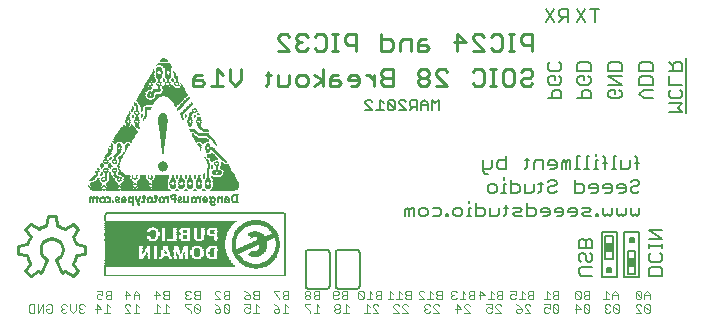
<source format=gbo>
G75*
G70*
%OFA0B0*%
%FSLAX24Y24*%
%IPPOS*%
%LPD*%
%AMOC8*
5,1,8,0,0,1.08239X$1,22.5*
%
%ADD10C,0.0040*%
%ADD11C,0.0060*%
%ADD12C,0.0100*%
%ADD13C,0.0080*%
%ADD14C,0.0050*%
%ADD15R,0.0150X0.0010*%
%ADD16R,0.0070X0.0010*%
%ADD17R,0.0160X0.0010*%
%ADD18R,0.0080X0.0010*%
%ADD19R,0.0170X0.0010*%
%ADD20R,0.0090X0.0010*%
%ADD21R,0.0040X0.0010*%
%ADD22R,0.0100X0.0010*%
%ADD23R,0.0010X0.0010*%
%ADD24R,0.0060X0.0010*%
%ADD25R,0.0130X0.0010*%
%ADD26R,0.0050X0.0010*%
%ADD27R,0.0110X0.0010*%
%ADD28R,0.0140X0.0010*%
%ADD29R,0.0120X0.0010*%
%ADD30R,0.0190X0.0010*%
%ADD31R,0.0180X0.0010*%
%ADD32R,0.0210X0.0010*%
%ADD33R,0.0220X0.0010*%
%ADD34R,0.0200X0.0010*%
%ADD35R,0.0030X0.0010*%
%ADD36R,0.0020X0.0010*%
%ADD37R,0.0310X0.0010*%
%ADD38R,0.0780X0.0010*%
%ADD39R,0.1640X0.0010*%
%ADD40R,0.0380X0.0010*%
%ADD41R,0.0260X0.0010*%
%ADD42R,0.0800X0.0010*%
%ADD43R,0.1610X0.0010*%
%ADD44R,0.0360X0.0010*%
%ADD45R,0.0290X0.0010*%
%ADD46R,0.0820X0.0010*%
%ADD47R,0.1590X0.0010*%
%ADD48R,0.0340X0.0010*%
%ADD49R,0.0840X0.0010*%
%ADD50R,0.1570X0.0010*%
%ADD51R,0.0330X0.0010*%
%ADD52R,0.0320X0.0010*%
%ADD53R,0.1550X0.0010*%
%ADD54R,0.0300X0.0010*%
%ADD55R,0.0850X0.0010*%
%ADD56R,0.1080X0.0010*%
%ADD57R,0.0520X0.0010*%
%ADD58R,0.0450X0.0010*%
%ADD59R,0.0420X0.0010*%
%ADD60R,0.0540X0.0010*%
%ADD61R,0.0410X0.0010*%
%ADD62R,0.0430X0.0010*%
%ADD63R,0.0860X0.0010*%
%ADD64R,0.0530X0.0010*%
%ADD65R,0.0390X0.0010*%
%ADD66R,0.0510X0.0010*%
%ADD67R,0.0400X0.0010*%
%ADD68R,0.0500X0.0010*%
%ADD69R,0.0480X0.0010*%
%ADD70R,0.0370X0.0010*%
%ADD71R,0.0440X0.0010*%
%ADD72R,0.0870X0.0010*%
%ADD73R,0.0350X0.0010*%
%ADD74R,0.0490X0.0010*%
%ADD75R,0.0230X0.0010*%
%ADD76R,0.0270X0.0010*%
%ADD77R,0.0240X0.0010*%
%ADD78R,0.0830X0.0010*%
%ADD79R,0.0280X0.0010*%
%ADD80R,0.0810X0.0010*%
%ADD81R,0.0470X0.0010*%
%ADD82R,0.0250X0.0010*%
%ADD83R,0.0460X0.0010*%
%ADD84R,0.0640X0.0010*%
%ADD85R,0.0630X0.0010*%
%ADD86R,0.0620X0.0010*%
%ADD87R,0.0610X0.0010*%
%ADD88R,0.0590X0.0010*%
%ADD89R,0.0580X0.0010*%
%ADD90R,0.0560X0.0010*%
%ADD91R,0.0550X0.0010*%
%ADD92R,0.0570X0.0010*%
%ADD93R,0.0650X0.0010*%
%ADD94R,0.0680X0.0010*%
%ADD95R,0.0720X0.0010*%
%ADD96R,0.1060X0.0010*%
%ADD97R,0.1070X0.0010*%
%ADD98R,0.1050X0.0010*%
%ADD99R,0.0920X0.0010*%
%ADD100R,0.0890X0.0010*%
%ADD101R,0.0770X0.0010*%
%ADD102R,0.0760X0.0010*%
%ADD103R,0.0750X0.0010*%
%ADD104R,0.0740X0.0010*%
%ADD105R,0.0730X0.0010*%
%ADD106R,0.6045X0.0015*%
%ADD107R,0.6045X0.0015*%
%ADD108R,0.0045X0.0015*%
%ADD109R,0.0045X0.0015*%
%ADD110R,0.0165X0.0015*%
%ADD111R,0.0345X0.0015*%
%ADD112R,0.0465X0.0015*%
%ADD113R,0.0555X0.0015*%
%ADD114R,0.0630X0.0015*%
%ADD115R,0.0705X0.0015*%
%ADD116R,0.4335X0.0015*%
%ADD117R,0.0765X0.0015*%
%ADD118R,0.4320X0.0015*%
%ADD119R,0.0795X0.0015*%
%ADD120R,0.4305X0.0015*%
%ADD121R,0.0855X0.0015*%
%ADD122R,0.4290X0.0015*%
%ADD123R,0.0915X0.0015*%
%ADD124R,0.4275X0.0015*%
%ADD125R,0.0360X0.0015*%
%ADD126R,0.4260X0.0015*%
%ADD127R,0.0315X0.0015*%
%ADD128R,0.4245X0.0015*%
%ADD129R,0.0300X0.0015*%
%ADD130R,0.4230X0.0015*%
%ADD131R,0.0270X0.0015*%
%ADD132R,0.0255X0.0015*%
%ADD133R,0.4215X0.0015*%
%ADD134R,0.0240X0.0015*%
%ADD135R,0.4200X0.0015*%
%ADD136R,0.0225X0.0015*%
%ADD137R,0.4185X0.0015*%
%ADD138R,0.0210X0.0015*%
%ADD139R,0.4170X0.0015*%
%ADD140R,0.4155X0.0015*%
%ADD141R,0.0195X0.0015*%
%ADD142R,0.0405X0.0015*%
%ADD143R,0.0105X0.0015*%
%ADD144R,0.0060X0.0015*%
%ADD145R,0.0075X0.0015*%
%ADD146R,0.0180X0.0015*%
%ADD147R,0.1155X0.0015*%
%ADD148R,0.0390X0.0015*%
%ADD149R,0.0090X0.0015*%
%ADD150R,0.0150X0.0015*%
%ADD151R,0.0135X0.0015*%
%ADD152R,0.0375X0.0015*%
%ADD153R,0.0120X0.0015*%
%ADD154R,0.0330X0.0015*%
%ADD155R,0.0435X0.0015*%
%ADD156R,0.0030X0.0015*%
%ADD157R,0.0480X0.0015*%
%ADD158R,0.0495X0.0015*%
%ADD159R,0.0015X0.0015*%
%ADD160R,0.0285X0.0015*%
%ADD161R,0.0450X0.0015*%
%ADD162R,0.0525X0.0015*%
%ADD163R,0.0885X0.0015*%
%ADD164R,0.3015X0.0015*%
%ADD165R,0.4020X0.0015*%
%ADD166R,0.0600X0.0015*%
%ADD167R,0.0570X0.0015*%
%ADD168R,0.0825X0.0015*%
%ADD169R,0.1440X0.0015*%
%ADD170R,0.1545X0.0015*%
%ADD171R,0.1500X0.0015*%
%ADD172R,0.1485X0.0015*%
%ADD173R,0.1455X0.0015*%
%ADD174R,0.1425X0.0015*%
%ADD175R,0.0510X0.0015*%
%ADD176R,0.0720X0.0015*%
%ADD177R,0.1410X0.0015*%
%ADD178R,0.0750X0.0015*%
%ADD179R,0.0945X0.0015*%
%ADD180R,0.0420X0.0015*%
%ADD181R,0.1395X0.0015*%
%ADD182R,0.1710X0.0015*%
%ADD183R,0.1695X0.0015*%
%ADD184R,0.1515X0.0015*%
%ADD185R,0.2565X0.0015*%
%ADD186R,0.1575X0.0015*%
%ADD187R,0.4350X0.0015*%
%ADD188R,0.4365X0.0015*%
%ADD189R,0.4395X0.0015*%
%ADD190R,0.0060X0.0015*%
%ADD191R,0.5985X0.0015*%
%ADD192R,0.5955X0.0015*%
%ADD193R,0.5910X0.0015*%
D10*
X002228Y001754D02*
X002228Y001940D01*
X002274Y001987D01*
X002414Y001987D01*
X002414Y001707D01*
X002274Y001707D01*
X002228Y001754D01*
X002522Y001707D02*
X002522Y001987D01*
X002709Y001987D02*
X002522Y001707D01*
X002709Y001707D02*
X002709Y001987D01*
X002817Y001940D02*
X002864Y001987D01*
X002957Y001987D01*
X003004Y001940D01*
X003004Y001754D01*
X002957Y001707D01*
X002864Y001707D01*
X002817Y001754D01*
X002817Y001847D01*
X002910Y001847D01*
X003310Y001894D02*
X003357Y001847D01*
X003310Y001800D01*
X003310Y001754D01*
X003357Y001707D01*
X003450Y001707D01*
X003497Y001754D01*
X003605Y001800D02*
X003605Y001987D01*
X003497Y001940D02*
X003450Y001987D01*
X003357Y001987D01*
X003310Y001940D01*
X003310Y001894D01*
X003357Y001847D02*
X003404Y001847D01*
X003605Y001800D02*
X003698Y001707D01*
X003792Y001800D01*
X003792Y001987D01*
X003900Y001940D02*
X003900Y001894D01*
X003946Y001847D01*
X003900Y001800D01*
X003900Y001754D01*
X003946Y001707D01*
X004040Y001707D01*
X004086Y001754D01*
X003993Y001847D02*
X003946Y001847D01*
X003900Y001940D02*
X003946Y001987D01*
X004040Y001987D01*
X004086Y001940D01*
X004442Y001847D02*
X004628Y001847D01*
X004488Y001987D01*
X004488Y001707D01*
X004736Y001707D02*
X004923Y001707D01*
X004830Y001707D02*
X004830Y001987D01*
X004923Y001894D01*
X004972Y002150D02*
X004832Y002150D01*
X004785Y002196D01*
X004785Y002243D01*
X004832Y002290D01*
X004972Y002290D01*
X004832Y002290D02*
X004785Y002337D01*
X004785Y002383D01*
X004832Y002430D01*
X004972Y002430D01*
X004972Y002150D01*
X004678Y002196D02*
X004631Y002150D01*
X004538Y002150D01*
X004491Y002196D01*
X004491Y002290D01*
X004538Y002337D01*
X004584Y002337D01*
X004678Y002290D01*
X004678Y002430D01*
X004491Y002430D01*
X005426Y002290D02*
X005613Y002290D01*
X005473Y002430D01*
X005473Y002150D01*
X005473Y001987D02*
X005566Y001987D01*
X005613Y001940D01*
X005473Y001987D02*
X005426Y001940D01*
X005426Y001894D01*
X005613Y001707D01*
X005426Y001707D01*
X005721Y001707D02*
X005907Y001707D01*
X005814Y001707D02*
X005814Y001987D01*
X005907Y001894D01*
X005907Y002150D02*
X005907Y002337D01*
X005814Y002430D01*
X005721Y002337D01*
X005721Y002150D01*
X005721Y002290D02*
X005907Y002290D01*
X006410Y002290D02*
X006597Y002290D01*
X006457Y002430D01*
X006457Y002150D01*
X006504Y001987D02*
X006504Y001707D01*
X006597Y001707D02*
X006410Y001707D01*
X006597Y001894D02*
X006504Y001987D01*
X006705Y002196D02*
X006751Y002150D01*
X006892Y002150D01*
X006892Y002430D01*
X006751Y002430D01*
X006705Y002383D01*
X006705Y002337D01*
X006751Y002290D01*
X006892Y002290D01*
X006751Y002290D02*
X006705Y002243D01*
X006705Y002196D01*
X006798Y001987D02*
X006798Y001707D01*
X006705Y001707D02*
X006892Y001707D01*
X006892Y001894D02*
X006798Y001987D01*
X007444Y001987D02*
X007444Y001940D01*
X007630Y001754D01*
X007630Y001707D01*
X007738Y001754D02*
X007738Y001940D01*
X007925Y001754D01*
X007878Y001707D01*
X007785Y001707D01*
X007738Y001754D01*
X007738Y001940D02*
X007785Y001987D01*
X007878Y001987D01*
X007925Y001940D01*
X007925Y001754D01*
X007630Y001987D02*
X007444Y001987D01*
X007490Y002150D02*
X007584Y002150D01*
X007630Y002196D01*
X007738Y002196D02*
X007785Y002150D01*
X007925Y002150D01*
X007925Y002430D01*
X007785Y002430D01*
X007738Y002383D01*
X007738Y002337D01*
X007785Y002290D01*
X007925Y002290D01*
X007785Y002290D02*
X007738Y002243D01*
X007738Y002196D01*
X007630Y002383D02*
X007584Y002430D01*
X007490Y002430D01*
X007444Y002383D01*
X007444Y002337D01*
X007490Y002290D01*
X007444Y002243D01*
X007444Y002196D01*
X007490Y002150D01*
X007490Y002290D02*
X007537Y002290D01*
X008428Y002337D02*
X008428Y002383D01*
X008475Y002430D01*
X008568Y002430D01*
X008615Y002383D01*
X008722Y002383D02*
X008722Y002337D01*
X008769Y002290D01*
X008909Y002290D01*
X008769Y002290D02*
X008722Y002243D01*
X008722Y002196D01*
X008769Y002150D01*
X008909Y002150D01*
X008909Y002430D01*
X008769Y002430D01*
X008722Y002383D01*
X008615Y002150D02*
X008428Y002337D01*
X008428Y002150D02*
X008615Y002150D01*
X008769Y001987D02*
X008722Y001940D01*
X008909Y001754D01*
X008863Y001707D01*
X008769Y001707D01*
X008722Y001754D01*
X008722Y001940D01*
X008769Y001987D02*
X008863Y001987D01*
X008909Y001940D01*
X008909Y001754D01*
X008615Y001754D02*
X008615Y001847D01*
X008475Y001847D01*
X008428Y001800D01*
X008428Y001754D01*
X008475Y001707D01*
X008568Y001707D01*
X008615Y001754D01*
X008615Y001847D02*
X008521Y001940D01*
X008428Y001987D01*
X009412Y001987D02*
X009599Y001987D01*
X009599Y001847D01*
X009506Y001894D01*
X009459Y001894D01*
X009412Y001847D01*
X009412Y001754D01*
X009459Y001707D01*
X009552Y001707D01*
X009599Y001754D01*
X009707Y001707D02*
X009894Y001707D01*
X009800Y001707D02*
X009800Y001987D01*
X009894Y001894D01*
X009894Y002150D02*
X009753Y002150D01*
X009707Y002196D01*
X009707Y002243D01*
X009753Y002290D01*
X009894Y002290D01*
X009894Y002430D02*
X009753Y002430D01*
X009707Y002383D01*
X009707Y002337D01*
X009753Y002290D01*
X009599Y002290D02*
X009459Y002290D01*
X009412Y002243D01*
X009412Y002196D01*
X009459Y002150D01*
X009552Y002150D01*
X009599Y002196D01*
X009599Y002290D01*
X009506Y002383D01*
X009412Y002430D01*
X009894Y002430D02*
X009894Y002150D01*
X010396Y001987D02*
X010490Y001940D01*
X010583Y001847D01*
X010443Y001847D01*
X010396Y001800D01*
X010396Y001754D01*
X010443Y001707D01*
X010536Y001707D01*
X010583Y001754D01*
X010583Y001847D01*
X010691Y001707D02*
X010878Y001707D01*
X010784Y001707D02*
X010784Y001987D01*
X010878Y001894D01*
X010878Y002150D02*
X010738Y002150D01*
X010691Y002196D01*
X010691Y002243D01*
X010738Y002290D01*
X010878Y002290D01*
X010878Y002430D02*
X010738Y002430D01*
X010691Y002383D01*
X010691Y002337D01*
X010738Y002290D01*
X010583Y002196D02*
X010583Y002150D01*
X010583Y002196D02*
X010396Y002383D01*
X010396Y002430D01*
X010583Y002430D01*
X010878Y002430D02*
X010878Y002150D01*
X011430Y002196D02*
X011476Y002150D01*
X011570Y002150D01*
X011617Y002196D01*
X011617Y002243D01*
X011570Y002290D01*
X011476Y002290D01*
X011430Y002243D01*
X011430Y002196D01*
X011476Y002290D02*
X011430Y002337D01*
X011430Y002383D01*
X011476Y002430D01*
X011570Y002430D01*
X011617Y002383D01*
X011617Y002337D01*
X011570Y002290D01*
X011724Y002337D02*
X011771Y002290D01*
X011911Y002290D01*
X011771Y002290D02*
X011724Y002243D01*
X011724Y002196D01*
X011771Y002150D01*
X011911Y002150D01*
X011911Y002430D01*
X011771Y002430D01*
X011724Y002383D01*
X011724Y002337D01*
X011818Y001987D02*
X011818Y001707D01*
X011911Y001707D02*
X011724Y001707D01*
X011617Y001707D02*
X011617Y001754D01*
X011430Y001940D01*
X011430Y001987D01*
X011617Y001987D01*
X011818Y001987D02*
X011911Y001894D01*
X012414Y001894D02*
X012461Y001847D01*
X012554Y001847D01*
X012601Y001894D01*
X012601Y001940D01*
X012554Y001987D01*
X012461Y001987D01*
X012414Y001940D01*
X012414Y001894D01*
X012461Y001847D02*
X012414Y001800D01*
X012414Y001754D01*
X012461Y001707D01*
X012554Y001707D01*
X012601Y001754D01*
X012601Y001800D01*
X012554Y001847D01*
X012709Y001707D02*
X012896Y001707D01*
X012802Y001707D02*
X012802Y001987D01*
X012896Y001894D01*
X012846Y002150D02*
X012706Y002150D01*
X012659Y002196D01*
X012659Y002243D01*
X012706Y002290D01*
X012846Y002290D01*
X012706Y002290D02*
X012659Y002337D01*
X012659Y002383D01*
X012706Y002430D01*
X012846Y002430D01*
X012846Y002150D01*
X012552Y002196D02*
X012505Y002150D01*
X012412Y002150D01*
X012365Y002196D01*
X012365Y002383D01*
X012412Y002430D01*
X012505Y002430D01*
X012552Y002383D01*
X012552Y002337D01*
X012505Y002290D01*
X012365Y002290D01*
X013202Y002383D02*
X013202Y002196D01*
X013249Y002150D01*
X013342Y002150D01*
X013389Y002196D01*
X013202Y002383D01*
X013249Y002430D01*
X013342Y002430D01*
X013389Y002383D01*
X013389Y002196D01*
X013497Y002150D02*
X013684Y002150D01*
X013590Y002150D02*
X013590Y002430D01*
X013684Y002337D01*
X013791Y002337D02*
X013838Y002290D01*
X013978Y002290D01*
X013838Y002290D02*
X013791Y002243D01*
X013791Y002196D01*
X013838Y002150D01*
X013978Y002150D01*
X013978Y002430D01*
X013838Y002430D01*
X013791Y002383D01*
X013791Y002337D01*
X014186Y002150D02*
X014373Y002150D01*
X014280Y002150D02*
X014280Y002430D01*
X014373Y002337D01*
X014574Y002430D02*
X014574Y002150D01*
X014481Y002150D02*
X014668Y002150D01*
X014776Y002196D02*
X014822Y002150D01*
X014962Y002150D01*
X014962Y002430D01*
X014822Y002430D01*
X014776Y002383D01*
X014776Y002337D01*
X014822Y002290D01*
X014962Y002290D01*
X014822Y002290D02*
X014776Y002243D01*
X014776Y002196D01*
X014668Y002337D02*
X014574Y002430D01*
X014523Y001987D02*
X014569Y001940D01*
X014523Y001987D02*
X014429Y001987D01*
X014383Y001940D01*
X014383Y001894D01*
X014569Y001707D01*
X014383Y001707D01*
X014677Y001707D02*
X014864Y001707D01*
X014677Y001894D01*
X014677Y001940D01*
X014724Y001987D01*
X014817Y001987D01*
X014864Y001940D01*
X015220Y002150D02*
X015407Y002150D01*
X015220Y002337D01*
X015220Y002383D01*
X015266Y002430D01*
X015360Y002430D01*
X015407Y002383D01*
X015608Y002430D02*
X015608Y002150D01*
X015701Y002150D02*
X015514Y002150D01*
X015556Y001987D02*
X015463Y001987D01*
X015416Y001940D01*
X015416Y001894D01*
X015463Y001847D01*
X015416Y001800D01*
X015416Y001754D01*
X015463Y001707D01*
X015556Y001707D01*
X015603Y001754D01*
X015711Y001707D02*
X015897Y001707D01*
X015711Y001894D01*
X015711Y001940D01*
X015757Y001987D01*
X015851Y001987D01*
X015897Y001940D01*
X015603Y001940D02*
X015556Y001987D01*
X015509Y001847D02*
X015463Y001847D01*
X015809Y002196D02*
X015856Y002150D01*
X015996Y002150D01*
X015996Y002430D01*
X015856Y002430D01*
X015809Y002383D01*
X015809Y002337D01*
X015856Y002290D01*
X015996Y002290D01*
X015856Y002290D02*
X015809Y002243D01*
X015809Y002196D01*
X015701Y002337D02*
X015608Y002430D01*
X016302Y002383D02*
X016302Y002337D01*
X016349Y002290D01*
X016302Y002243D01*
X016302Y002196D01*
X016349Y002150D01*
X016443Y002150D01*
X016489Y002196D01*
X016597Y002150D02*
X016784Y002150D01*
X016691Y002150D02*
X016691Y002430D01*
X016784Y002337D01*
X016892Y002337D02*
X016938Y002290D01*
X017079Y002290D01*
X017079Y002430D02*
X016938Y002430D01*
X016892Y002383D01*
X016892Y002337D01*
X016938Y002290D02*
X016892Y002243D01*
X016892Y002196D01*
X016938Y002150D01*
X017079Y002150D01*
X017079Y002430D01*
X017284Y002430D02*
X017424Y002290D01*
X017238Y002290D01*
X017284Y002150D02*
X017284Y002430D01*
X017626Y002430D02*
X017626Y002150D01*
X017719Y002150D02*
X017532Y002150D01*
X017483Y001987D02*
X017670Y001987D01*
X017670Y001847D01*
X017576Y001894D01*
X017530Y001894D01*
X017483Y001847D01*
X017483Y001754D01*
X017530Y001707D01*
X017623Y001707D01*
X017670Y001754D01*
X017778Y001707D02*
X017964Y001707D01*
X017778Y001894D01*
X017778Y001940D01*
X017824Y001987D01*
X017918Y001987D01*
X017964Y001940D01*
X018014Y002150D02*
X017874Y002150D01*
X017827Y002196D01*
X017827Y002243D01*
X017874Y002290D01*
X018014Y002290D01*
X018014Y002150D02*
X018014Y002430D01*
X017874Y002430D01*
X017827Y002383D01*
X017827Y002337D01*
X017874Y002290D01*
X017719Y002337D02*
X017626Y002430D01*
X018271Y002430D02*
X018458Y002430D01*
X018458Y002290D01*
X018364Y002337D01*
X018318Y002337D01*
X018271Y002290D01*
X018271Y002196D01*
X018318Y002150D01*
X018411Y002150D01*
X018458Y002196D01*
X018566Y002150D02*
X018752Y002150D01*
X018659Y002150D02*
X018659Y002430D01*
X018752Y002337D01*
X018860Y002337D02*
X018907Y002290D01*
X019047Y002290D01*
X019047Y002150D02*
X019047Y002430D01*
X018907Y002430D01*
X018860Y002383D01*
X018860Y002337D01*
X018907Y002290D02*
X018860Y002243D01*
X018860Y002196D01*
X018907Y002150D01*
X019047Y002150D01*
X018902Y001987D02*
X018949Y001940D01*
X018902Y001987D02*
X018809Y001987D01*
X018762Y001940D01*
X018762Y001894D01*
X018949Y001707D01*
X018762Y001707D01*
X018654Y001754D02*
X018607Y001707D01*
X018514Y001707D01*
X018467Y001754D01*
X018467Y001800D01*
X018514Y001847D01*
X018654Y001847D01*
X018654Y001754D01*
X018654Y001847D02*
X018561Y001940D01*
X018467Y001987D01*
X019402Y001987D02*
X019589Y001987D01*
X019589Y001847D01*
X019496Y001894D01*
X019449Y001894D01*
X019402Y001847D01*
X019402Y001754D01*
X019449Y001707D01*
X019542Y001707D01*
X019589Y001754D01*
X019697Y001754D02*
X019744Y001707D01*
X019837Y001707D01*
X019884Y001754D01*
X019697Y001940D01*
X019697Y001754D01*
X019697Y001940D02*
X019744Y001987D01*
X019837Y001987D01*
X019884Y001940D01*
X019884Y001754D01*
X020436Y001847D02*
X020623Y001847D01*
X020482Y001987D01*
X020482Y001707D01*
X020730Y001754D02*
X020730Y001940D01*
X020917Y001754D01*
X020870Y001707D01*
X020777Y001707D01*
X020730Y001754D01*
X020730Y001940D02*
X020777Y001987D01*
X020870Y001987D01*
X020917Y001940D01*
X020917Y001754D01*
X021420Y001754D02*
X021467Y001707D01*
X021560Y001707D01*
X021607Y001754D01*
X021715Y001754D02*
X021715Y001940D01*
X021901Y001754D01*
X021855Y001707D01*
X021761Y001707D01*
X021715Y001754D01*
X021715Y001940D02*
X021761Y001987D01*
X021855Y001987D01*
X021901Y001940D01*
X021901Y001754D01*
X021607Y001940D02*
X021560Y001987D01*
X021467Y001987D01*
X021420Y001940D01*
X021420Y001894D01*
X021467Y001847D01*
X021420Y001800D01*
X021420Y001754D01*
X021467Y001847D02*
X021513Y001847D01*
X021558Y002150D02*
X021371Y002150D01*
X021464Y002150D02*
X021464Y002430D01*
X021558Y002337D01*
X021665Y002337D02*
X021665Y002150D01*
X021665Y002290D02*
X021852Y002290D01*
X021852Y002337D02*
X021852Y002150D01*
X021852Y002337D02*
X021759Y002430D01*
X021665Y002337D01*
X020917Y002290D02*
X020777Y002290D01*
X020730Y002243D01*
X020730Y002196D01*
X020777Y002150D01*
X020917Y002150D01*
X020917Y002430D01*
X020777Y002430D01*
X020730Y002383D01*
X020730Y002337D01*
X020777Y002290D01*
X020623Y002383D02*
X020623Y002196D01*
X020436Y002383D01*
X020436Y002196D01*
X020482Y002150D01*
X020576Y002150D01*
X020623Y002196D01*
X020623Y002383D02*
X020576Y002430D01*
X020482Y002430D01*
X020436Y002383D01*
X019884Y002430D02*
X019884Y002150D01*
X019744Y002150D01*
X019697Y002196D01*
X019697Y002243D01*
X019744Y002290D01*
X019884Y002290D01*
X019884Y002430D02*
X019744Y002430D01*
X019697Y002383D01*
X019697Y002337D01*
X019744Y002290D01*
X019589Y002337D02*
X019496Y002430D01*
X019496Y002150D01*
X019589Y002150D02*
X019402Y002150D01*
X016931Y001940D02*
X016884Y001987D01*
X016791Y001987D01*
X016744Y001940D01*
X016744Y001894D01*
X016931Y001707D01*
X016744Y001707D01*
X016636Y001847D02*
X016449Y001847D01*
X016496Y001707D02*
X016496Y001987D01*
X016636Y001847D01*
X016396Y002290D02*
X016349Y002290D01*
X016302Y002383D02*
X016349Y002430D01*
X016443Y002430D01*
X016489Y002383D01*
X013880Y001940D02*
X013833Y001987D01*
X013740Y001987D01*
X013693Y001940D01*
X013693Y001894D01*
X013880Y001707D01*
X013693Y001707D01*
X013585Y001707D02*
X013398Y001707D01*
X013492Y001707D02*
X013492Y001987D01*
X013585Y001894D01*
X022453Y001894D02*
X022640Y001707D01*
X022453Y001707D01*
X022453Y001894D02*
X022453Y001940D01*
X022500Y001987D01*
X022594Y001987D01*
X022640Y001940D01*
X022748Y001940D02*
X022748Y001754D01*
X022795Y001707D01*
X022888Y001707D01*
X022935Y001754D01*
X022748Y001940D01*
X022795Y001987D01*
X022888Y001987D01*
X022935Y001940D01*
X022935Y001754D01*
X022935Y002150D02*
X022935Y002337D01*
X022841Y002430D01*
X022748Y002337D01*
X022748Y002150D01*
X022640Y002196D02*
X022453Y002383D01*
X022453Y002196D01*
X022500Y002150D01*
X022594Y002150D01*
X022640Y002196D01*
X022640Y002383D01*
X022594Y002430D01*
X022500Y002430D01*
X022453Y002383D01*
X022748Y002290D02*
X022935Y002290D01*
D11*
X022890Y002947D02*
X022890Y003167D01*
X022964Y003241D01*
X023257Y003241D01*
X023331Y003167D01*
X023331Y002947D01*
X022890Y002947D01*
X022964Y003408D02*
X022890Y003481D01*
X022890Y003628D01*
X022964Y003701D01*
X022890Y003868D02*
X022890Y004015D01*
X022890Y003941D02*
X023331Y003941D01*
X023331Y003868D02*
X023331Y004015D01*
X023331Y004175D02*
X022890Y004175D01*
X022890Y004468D02*
X023331Y004468D01*
X023331Y004175D02*
X022890Y004468D01*
X022507Y004916D02*
X022434Y004989D01*
X022360Y004916D01*
X022287Y004989D01*
X022287Y005209D01*
X022120Y005209D02*
X022120Y004989D01*
X022047Y004916D01*
X021973Y004989D01*
X021900Y004916D01*
X021826Y004989D01*
X021826Y005209D01*
X021660Y005209D02*
X021660Y004989D01*
X021586Y004916D01*
X021513Y004989D01*
X021440Y004916D01*
X021366Y004989D01*
X021366Y005209D01*
X021199Y004989D02*
X021126Y004989D01*
X021126Y004916D01*
X021199Y004916D01*
X021199Y004989D01*
X020969Y004916D02*
X020749Y004916D01*
X020676Y004989D01*
X020749Y005062D01*
X020896Y005062D01*
X020969Y005136D01*
X020896Y005209D01*
X020676Y005209D01*
X020509Y005136D02*
X020435Y005209D01*
X020289Y005209D01*
X020215Y005136D01*
X020215Y005062D01*
X020509Y005062D01*
X020509Y004989D02*
X020509Y005136D01*
X020509Y004989D02*
X020435Y004916D01*
X020289Y004916D01*
X020048Y004989D02*
X020048Y005136D01*
X019975Y005209D01*
X019828Y005209D01*
X019755Y005136D01*
X019755Y005062D01*
X020048Y005062D01*
X020048Y004989D02*
X019975Y004916D01*
X019828Y004916D01*
X019588Y004989D02*
X019588Y005136D01*
X019515Y005209D01*
X019368Y005209D01*
X019295Y005136D01*
X019295Y005062D01*
X019588Y005062D01*
X019588Y004989D02*
X019515Y004916D01*
X019368Y004916D01*
X019128Y004989D02*
X019128Y005136D01*
X019054Y005209D01*
X018834Y005209D01*
X018834Y005356D02*
X018834Y004916D01*
X019054Y004916D01*
X019128Y004989D01*
X018667Y004916D02*
X018447Y004916D01*
X018374Y004989D01*
X018447Y005062D01*
X018594Y005062D01*
X018667Y005136D01*
X018594Y005209D01*
X018374Y005209D01*
X018207Y005209D02*
X018060Y005209D01*
X018134Y005283D02*
X018134Y004989D01*
X018060Y004916D01*
X017900Y004989D02*
X017827Y004916D01*
X017607Y004916D01*
X017607Y005209D01*
X017440Y005136D02*
X017366Y005209D01*
X017146Y005209D01*
X017146Y005356D02*
X017146Y004916D01*
X017366Y004916D01*
X017440Y004989D01*
X017440Y005136D01*
X017900Y005209D02*
X017900Y004989D01*
X016979Y004916D02*
X016833Y004916D01*
X016906Y004916D02*
X016906Y005209D01*
X016979Y005209D01*
X016906Y005356D02*
X016906Y005429D01*
X016673Y005136D02*
X016673Y004989D01*
X016599Y004916D01*
X016452Y004916D01*
X016379Y004989D01*
X016379Y005136D01*
X016452Y005209D01*
X016599Y005209D01*
X016673Y005136D01*
X016212Y004989D02*
X016139Y004989D01*
X016139Y004916D01*
X016212Y004916D01*
X016212Y004989D01*
X015982Y004989D02*
X015909Y004916D01*
X015688Y004916D01*
X015522Y004989D02*
X015448Y004916D01*
X015302Y004916D01*
X015228Y004989D01*
X015228Y005136D01*
X015302Y005209D01*
X015448Y005209D01*
X015522Y005136D01*
X015522Y004989D01*
X015688Y005209D02*
X015909Y005209D01*
X015982Y005136D01*
X015982Y004989D01*
X015061Y004916D02*
X015061Y005209D01*
X014988Y005209D01*
X014915Y005136D01*
X014841Y005209D01*
X014768Y005136D01*
X014768Y004916D01*
X014915Y004916D02*
X014915Y005136D01*
X017376Y006417D02*
X017450Y006344D01*
X017523Y006344D01*
X017376Y006417D02*
X017376Y006784D01*
X017670Y006784D02*
X017670Y006564D01*
X017597Y006490D01*
X017376Y006490D01*
X017837Y006564D02*
X017837Y006711D01*
X017910Y006784D01*
X018130Y006784D01*
X018130Y006931D02*
X018130Y006490D01*
X017910Y006490D01*
X017837Y006564D01*
X018057Y006217D02*
X018057Y006143D01*
X018057Y005997D02*
X018057Y005703D01*
X018130Y005703D02*
X017984Y005703D01*
X017823Y005776D02*
X017750Y005703D01*
X017603Y005703D01*
X017530Y005776D01*
X017530Y005923D01*
X017603Y005997D01*
X017750Y005997D01*
X017823Y005923D01*
X017823Y005776D01*
X018057Y005997D02*
X018130Y005997D01*
X018297Y005997D02*
X018517Y005997D01*
X018591Y005923D01*
X018591Y005776D01*
X018517Y005703D01*
X018297Y005703D01*
X018297Y006143D01*
X018757Y005997D02*
X018757Y005703D01*
X018978Y005703D01*
X019051Y005776D01*
X019051Y005997D01*
X019211Y005997D02*
X019358Y005997D01*
X019285Y006070D02*
X019285Y005776D01*
X019211Y005703D01*
X019525Y005776D02*
X019598Y005703D01*
X019745Y005703D01*
X019818Y005776D01*
X019745Y005923D02*
X019598Y005923D01*
X019525Y005850D01*
X019525Y005776D01*
X019745Y005923D02*
X019818Y005997D01*
X019818Y006070D01*
X019745Y006143D01*
X019598Y006143D01*
X019525Y006070D01*
X019598Y006490D02*
X019745Y006490D01*
X019818Y006564D01*
X019818Y006711D01*
X019745Y006784D01*
X019598Y006784D01*
X019525Y006711D01*
X019525Y006637D01*
X019818Y006637D01*
X019985Y006711D02*
X019985Y006490D01*
X020132Y006490D02*
X020132Y006711D01*
X020059Y006784D01*
X019985Y006711D01*
X020132Y006711D02*
X020205Y006784D01*
X020279Y006784D01*
X020279Y006490D01*
X020439Y006490D02*
X020586Y006490D01*
X020512Y006490D02*
X020512Y006931D01*
X020586Y006931D01*
X020819Y006931D02*
X020819Y006490D01*
X020892Y006490D02*
X020746Y006490D01*
X021053Y006490D02*
X021199Y006490D01*
X021126Y006490D02*
X021126Y006784D01*
X021199Y006784D01*
X021126Y006931D02*
X021126Y007004D01*
X020892Y006931D02*
X020819Y006931D01*
X021359Y006931D02*
X021433Y006857D01*
X021433Y006490D01*
X021666Y006490D02*
X021813Y006490D01*
X021740Y006490D02*
X021740Y006931D01*
X021813Y006931D01*
X021980Y006784D02*
X021980Y006490D01*
X022200Y006490D01*
X022274Y006564D01*
X022274Y006784D01*
X022434Y006711D02*
X022580Y006711D01*
X022507Y006857D02*
X022434Y006931D01*
X022507Y006857D02*
X022507Y006490D01*
X022507Y006143D02*
X022360Y006143D01*
X022287Y006070D01*
X022360Y005923D02*
X022287Y005850D01*
X022287Y005776D01*
X022360Y005703D01*
X022507Y005703D01*
X022580Y005776D01*
X022507Y005923D02*
X022360Y005923D01*
X022507Y005923D02*
X022580Y005997D01*
X022580Y006070D01*
X022507Y006143D01*
X022120Y005923D02*
X022047Y005997D01*
X021900Y005997D01*
X021826Y005923D01*
X021826Y005850D01*
X022120Y005850D01*
X022120Y005923D02*
X022120Y005776D01*
X022047Y005703D01*
X021900Y005703D01*
X021660Y005776D02*
X021660Y005923D01*
X021586Y005997D01*
X021440Y005997D01*
X021366Y005923D01*
X021366Y005850D01*
X021660Y005850D01*
X021660Y005776D02*
X021586Y005703D01*
X021440Y005703D01*
X021199Y005776D02*
X021199Y005923D01*
X021126Y005997D01*
X020979Y005997D01*
X020906Y005923D01*
X020906Y005850D01*
X021199Y005850D01*
X021199Y005776D02*
X021126Y005703D01*
X020979Y005703D01*
X020739Y005776D02*
X020739Y005923D01*
X020666Y005997D01*
X020445Y005997D01*
X020445Y006143D02*
X020445Y005703D01*
X020666Y005703D01*
X020739Y005776D01*
X019358Y006490D02*
X019358Y006784D01*
X019138Y006784D01*
X019064Y006711D01*
X019064Y006490D01*
X018824Y006564D02*
X018751Y006490D01*
X018824Y006564D02*
X018824Y006857D01*
X018898Y006784D02*
X018751Y006784D01*
X021359Y006711D02*
X021506Y006711D01*
X022580Y005209D02*
X022580Y004989D01*
X022507Y004916D01*
X021006Y004088D02*
X020933Y004161D01*
X020859Y004161D01*
X020786Y004088D01*
X020786Y003868D01*
X020712Y003701D02*
X020639Y003701D01*
X020566Y003628D01*
X020566Y003481D01*
X020639Y003408D01*
X020786Y003481D02*
X020786Y003628D01*
X020712Y003701D01*
X020933Y003701D02*
X021006Y003628D01*
X021006Y003481D01*
X020933Y003408D01*
X020859Y003408D01*
X020786Y003481D01*
X020639Y003241D02*
X020566Y003167D01*
X020566Y003021D01*
X020639Y002947D01*
X021006Y002947D01*
X021006Y003241D02*
X020639Y003241D01*
X020566Y003868D02*
X020566Y004088D01*
X020639Y004161D01*
X020712Y004161D01*
X020786Y004088D01*
X021006Y004088D02*
X021006Y003868D01*
X020566Y003868D01*
X022964Y003408D02*
X023257Y003408D01*
X023331Y003481D01*
X023331Y003628D01*
X023257Y003701D01*
X023568Y008389D02*
X024008Y008389D01*
X023861Y008536D01*
X024008Y008683D01*
X023568Y008683D01*
X023641Y008849D02*
X023568Y008923D01*
X023568Y009070D01*
X023641Y009143D01*
X023568Y009310D02*
X023568Y009603D01*
X023568Y009770D02*
X024008Y009770D01*
X024008Y009990D01*
X023935Y010064D01*
X023788Y010064D01*
X023714Y009990D01*
X023714Y009770D01*
X023714Y009917D02*
X023568Y010064D01*
X023024Y009990D02*
X023024Y009770D01*
X022583Y009770D01*
X022583Y009990D01*
X022657Y010064D01*
X022950Y010064D01*
X023024Y009990D01*
X022950Y009603D02*
X022657Y009603D01*
X022583Y009530D01*
X022583Y009310D01*
X023024Y009310D01*
X023024Y009530D01*
X022950Y009603D01*
X023568Y009310D02*
X024008Y009310D01*
X023935Y009143D02*
X024008Y009070D01*
X024008Y008923D01*
X023935Y008849D01*
X023641Y008849D01*
X023024Y008849D02*
X022730Y008849D01*
X022583Y008996D01*
X022730Y009143D01*
X023024Y009143D01*
X021990Y009070D02*
X021990Y008923D01*
X021917Y008849D01*
X021623Y008849D01*
X021550Y008923D01*
X021550Y009070D01*
X021623Y009143D01*
X021770Y009143D01*
X021770Y008996D01*
X021917Y009143D02*
X021990Y009070D01*
X021990Y009310D02*
X021550Y009310D01*
X021550Y009603D02*
X021990Y009603D01*
X021990Y009770D02*
X021550Y009770D01*
X021550Y009990D01*
X021623Y010064D01*
X021917Y010064D01*
X021990Y009990D01*
X021990Y009770D01*
X021990Y009310D02*
X021550Y009603D01*
X020957Y009530D02*
X020957Y009383D01*
X020883Y009310D01*
X020590Y009310D01*
X020516Y009383D01*
X020516Y009530D01*
X020590Y009603D01*
X020737Y009603D01*
X020737Y009457D01*
X020883Y009603D02*
X020957Y009530D01*
X020957Y009770D02*
X020516Y009770D01*
X020516Y009990D01*
X020590Y010064D01*
X020883Y010064D01*
X020957Y009990D01*
X020957Y009770D01*
X019972Y009844D02*
X019899Y009770D01*
X019606Y009770D01*
X019532Y009844D01*
X019532Y009990D01*
X019606Y010064D01*
X019899Y010064D02*
X019972Y009990D01*
X019972Y009844D01*
X019899Y009603D02*
X019972Y009530D01*
X019972Y009383D01*
X019899Y009310D01*
X019606Y009310D01*
X019532Y009383D01*
X019532Y009530D01*
X019606Y009603D01*
X019752Y009603D01*
X019752Y009457D01*
X019752Y009143D02*
X019679Y009070D01*
X019679Y008849D01*
X019532Y008849D02*
X019972Y008849D01*
X019972Y009070D01*
X019899Y009143D01*
X019752Y009143D01*
X020516Y008849D02*
X020957Y008849D01*
X020957Y009070D01*
X020883Y009143D01*
X020737Y009143D01*
X020663Y009070D01*
X020663Y008849D01*
X024128Y008359D02*
X024128Y010201D01*
X013151Y003811D02*
X012551Y003811D01*
X012534Y003809D01*
X012517Y003805D01*
X012501Y003798D01*
X012487Y003788D01*
X012474Y003775D01*
X012464Y003761D01*
X012457Y003745D01*
X012453Y003728D01*
X012451Y003711D01*
X012451Y002611D01*
X012453Y002594D01*
X012457Y002577D01*
X012464Y002561D01*
X012474Y002547D01*
X012487Y002534D01*
X012501Y002524D01*
X012517Y002517D01*
X012534Y002513D01*
X012551Y002511D01*
X013151Y002511D01*
X013168Y002513D01*
X013185Y002517D01*
X013201Y002524D01*
X013215Y002534D01*
X013228Y002547D01*
X013238Y002561D01*
X013245Y002577D01*
X013249Y002594D01*
X013251Y002611D01*
X013251Y003711D01*
X013249Y003728D01*
X013245Y003745D01*
X013238Y003761D01*
X013228Y003775D01*
X013215Y003788D01*
X013201Y003798D01*
X013185Y003805D01*
X013168Y003809D01*
X013151Y003811D01*
X012251Y003711D02*
X012251Y002611D01*
X012249Y002594D01*
X012245Y002577D01*
X012238Y002561D01*
X012228Y002547D01*
X012215Y002534D01*
X012201Y002524D01*
X012185Y002517D01*
X012168Y002513D01*
X012151Y002511D01*
X011551Y002511D01*
X011534Y002513D01*
X011517Y002517D01*
X011501Y002524D01*
X011487Y002534D01*
X011474Y002547D01*
X011464Y002561D01*
X011457Y002577D01*
X011453Y002594D01*
X011451Y002611D01*
X011451Y003711D01*
X011453Y003728D01*
X011457Y003745D01*
X011464Y003761D01*
X011474Y003775D01*
X011487Y003788D01*
X011501Y003798D01*
X011517Y003805D01*
X011534Y003809D01*
X011551Y003811D01*
X012151Y003811D01*
X012168Y003809D01*
X012185Y003805D01*
X012201Y003798D01*
X012215Y003788D01*
X012228Y003775D01*
X012238Y003761D01*
X012245Y003745D01*
X012249Y003728D01*
X012251Y003711D01*
D12*
X004106Y003667D02*
X004106Y003927D01*
X003806Y003987D01*
X003696Y004237D02*
X003876Y004497D01*
X003686Y004677D01*
X003426Y004497D01*
X003176Y004597D02*
X003126Y004917D01*
X002856Y004917D01*
X002806Y004597D01*
X002556Y004497D02*
X002296Y004677D01*
X002106Y004497D01*
X002286Y004237D01*
X002176Y003987D02*
X001876Y003927D01*
X001876Y003667D01*
X002176Y003617D01*
X002276Y003347D02*
X002106Y003107D01*
X002296Y002917D01*
X002536Y003087D01*
X002636Y003027D01*
X002826Y003477D01*
X002276Y003347D02*
X002253Y003388D01*
X002232Y003431D01*
X002214Y003476D01*
X002199Y003521D01*
X002186Y003567D01*
X002176Y003614D01*
X002178Y003988D02*
X002193Y004040D01*
X002212Y004091D01*
X002234Y004141D01*
X002259Y004189D01*
X002288Y004236D01*
X002826Y003487D02*
X002793Y003505D01*
X002763Y003526D01*
X002734Y003550D01*
X002708Y003577D01*
X002686Y003606D01*
X002666Y003638D01*
X002649Y003671D01*
X002636Y003706D01*
X002627Y003742D01*
X002621Y003779D01*
X002619Y003816D01*
X002621Y003853D01*
X002626Y003890D01*
X002636Y003926D01*
X002648Y003961D01*
X002665Y003995D01*
X002684Y004026D01*
X002707Y004056D01*
X002733Y004083D01*
X002761Y004107D01*
X002792Y004128D01*
X002824Y004146D01*
X002858Y004161D01*
X002894Y004172D01*
X002930Y004180D01*
X002967Y004184D01*
X003005Y004184D01*
X003042Y004180D01*
X003078Y004172D01*
X003114Y004161D01*
X003148Y004146D01*
X003180Y004128D01*
X003211Y004107D01*
X003239Y004083D01*
X003265Y004056D01*
X003288Y004026D01*
X003307Y003995D01*
X003324Y003961D01*
X003336Y003926D01*
X003346Y003890D01*
X003351Y003853D01*
X003353Y003816D01*
X003351Y003779D01*
X003345Y003742D01*
X003336Y003706D01*
X003323Y003671D01*
X003306Y003638D01*
X003286Y003606D01*
X003264Y003577D01*
X003238Y003550D01*
X003209Y003526D01*
X003179Y003505D01*
X003146Y003487D01*
X003146Y003477D02*
X003346Y003027D01*
X003446Y003087D01*
X003686Y002917D01*
X003866Y003107D01*
X003706Y003347D01*
X003806Y003617D02*
X004106Y003667D01*
X003423Y004500D02*
X003378Y004525D01*
X003331Y004548D01*
X003283Y004567D01*
X003234Y004584D01*
X003184Y004597D01*
X003696Y004232D02*
X003723Y004186D01*
X003747Y004138D01*
X003768Y004089D01*
X003786Y004038D01*
X003800Y003987D01*
X003806Y003616D02*
X003793Y003560D01*
X003776Y003505D01*
X003755Y003452D01*
X003731Y003400D01*
X003703Y003350D01*
X002801Y004600D02*
X002749Y004586D01*
X002698Y004569D01*
X002648Y004549D01*
X002599Y004526D01*
X002552Y004499D01*
X007705Y009266D02*
X007985Y009266D01*
X008078Y009360D01*
X007985Y009453D01*
X007705Y009453D01*
X007705Y009547D02*
X007705Y009266D01*
X007705Y009547D02*
X007798Y009640D01*
X007985Y009640D01*
X008499Y009827D02*
X008686Y009640D01*
X008499Y009827D02*
X008499Y009266D01*
X008686Y009266D02*
X008312Y009266D01*
X008920Y009453D02*
X008920Y009827D01*
X009294Y009827D02*
X009294Y009453D01*
X009107Y009266D01*
X008920Y009453D01*
X010120Y009266D02*
X010213Y009360D01*
X010213Y009733D01*
X010120Y009640D02*
X010307Y009640D01*
X010541Y009640D02*
X010541Y009266D01*
X010821Y009266D01*
X010914Y009360D01*
X010914Y009640D01*
X011148Y009547D02*
X011242Y009640D01*
X011429Y009640D01*
X011522Y009547D01*
X011522Y009360D01*
X011429Y009266D01*
X011242Y009266D01*
X011148Y009360D01*
X011148Y009547D01*
X011748Y009640D02*
X012028Y009453D01*
X011748Y009266D01*
X012028Y009266D02*
X012028Y009827D01*
X012262Y009547D02*
X012262Y009266D01*
X012543Y009266D01*
X012636Y009360D01*
X012543Y009453D01*
X012262Y009453D01*
X012262Y009547D02*
X012356Y009640D01*
X012543Y009640D01*
X012870Y009547D02*
X012870Y009453D01*
X013244Y009453D01*
X013244Y009360D02*
X013244Y009547D01*
X013150Y009640D01*
X012964Y009640D01*
X012870Y009547D01*
X012964Y009266D02*
X013150Y009266D01*
X013244Y009360D01*
X013563Y009640D02*
X013750Y009453D01*
X013750Y009266D02*
X013750Y009640D01*
X013563Y009640D02*
X013470Y009640D01*
X013984Y009640D02*
X014078Y009547D01*
X014358Y009547D01*
X014078Y009547D02*
X013984Y009453D01*
X013984Y009360D01*
X014078Y009266D01*
X014358Y009266D01*
X014358Y009827D01*
X014078Y009827D01*
X013984Y009733D01*
X013984Y009640D01*
X015200Y009640D02*
X015293Y009547D01*
X015480Y009547D01*
X015573Y009640D01*
X015573Y009733D01*
X015480Y009827D01*
X015293Y009827D01*
X015200Y009733D01*
X015200Y009640D01*
X015293Y009547D02*
X015200Y009453D01*
X015200Y009360D01*
X015293Y009266D01*
X015480Y009266D01*
X015573Y009360D01*
X015573Y009453D01*
X015480Y009547D01*
X015807Y009640D02*
X015807Y009733D01*
X015901Y009827D01*
X016088Y009827D01*
X016181Y009733D01*
X015807Y009640D02*
X016181Y009266D01*
X015807Y009266D01*
X017023Y009360D02*
X017116Y009266D01*
X017303Y009266D01*
X017397Y009360D01*
X017397Y009733D01*
X017303Y009827D01*
X017116Y009827D01*
X017023Y009733D01*
X017615Y009827D02*
X017802Y009827D01*
X017708Y009827D02*
X017708Y009266D01*
X017615Y009266D02*
X017802Y009266D01*
X018036Y009360D02*
X018036Y009733D01*
X018129Y009827D01*
X018316Y009827D01*
X018409Y009733D01*
X018409Y009360D01*
X018316Y009266D01*
X018129Y009266D01*
X018036Y009360D01*
X018643Y009360D02*
X018737Y009266D01*
X018924Y009266D01*
X019017Y009360D01*
X018737Y009547D02*
X018643Y009453D01*
X018643Y009360D01*
X018737Y009547D02*
X018924Y009547D01*
X019017Y009640D01*
X019017Y009733D01*
X018924Y009827D01*
X018737Y009827D01*
X018643Y009733D01*
X018409Y010447D02*
X018223Y010447D01*
X018316Y010447D02*
X018316Y011008D01*
X018409Y011008D02*
X018223Y011008D01*
X018004Y010915D02*
X018004Y010541D01*
X017911Y010447D01*
X017724Y010447D01*
X017631Y010541D01*
X017397Y010447D02*
X017023Y010821D01*
X017023Y010915D01*
X017116Y011008D01*
X017303Y011008D01*
X017397Y010915D01*
X017631Y010915D02*
X017724Y011008D01*
X017911Y011008D01*
X018004Y010915D01*
X018643Y010915D02*
X018643Y010728D01*
X018737Y010634D01*
X019017Y010634D01*
X019017Y010447D02*
X019017Y011008D01*
X018737Y011008D01*
X018643Y010915D01*
X017397Y010447D02*
X017023Y010447D01*
X016509Y010447D02*
X016509Y011008D01*
X016789Y010728D01*
X016415Y010728D01*
X015573Y010541D02*
X015480Y010447D01*
X015200Y010447D01*
X015200Y010728D01*
X015293Y010821D01*
X015480Y010821D01*
X015480Y010634D02*
X015200Y010634D01*
X015480Y010634D02*
X015573Y010541D01*
X014966Y010447D02*
X014966Y010821D01*
X014685Y010821D01*
X014592Y010728D01*
X014592Y010447D01*
X014358Y010541D02*
X014358Y010728D01*
X014265Y010821D01*
X013984Y010821D01*
X013984Y011008D02*
X013984Y010447D01*
X014265Y010447D01*
X014358Y010541D01*
X013143Y010634D02*
X012862Y010634D01*
X012769Y010728D01*
X012769Y010915D01*
X012862Y011008D01*
X013143Y011008D01*
X013143Y010447D01*
X012535Y010447D02*
X012348Y010447D01*
X012441Y010447D02*
X012441Y011008D01*
X012348Y011008D02*
X012535Y011008D01*
X012130Y010915D02*
X012130Y010541D01*
X012036Y010447D01*
X011849Y010447D01*
X011756Y010541D01*
X011522Y010541D02*
X011429Y010447D01*
X011242Y010447D01*
X011148Y010541D01*
X011148Y010634D01*
X011242Y010728D01*
X011335Y010728D01*
X011242Y010728D02*
X011148Y010821D01*
X011148Y010915D01*
X011242Y011008D01*
X011429Y011008D01*
X011522Y010915D01*
X011756Y010915D02*
X011849Y011008D01*
X012036Y011008D01*
X012130Y010915D01*
X010914Y010915D02*
X010821Y011008D01*
X010634Y011008D01*
X010541Y010915D01*
X010541Y010821D01*
X010914Y010447D01*
X010541Y010447D01*
D13*
X019453Y011414D02*
X019734Y011834D01*
X019914Y011764D02*
X019914Y011624D01*
X019984Y011554D01*
X020194Y011554D01*
X020194Y011414D02*
X020194Y011834D01*
X019984Y011834D01*
X019914Y011764D01*
X020054Y011554D02*
X019914Y011414D01*
X019734Y011414D02*
X019453Y011834D01*
X020487Y011834D02*
X020767Y011414D01*
X020487Y011414D02*
X020767Y011834D01*
X020947Y011834D02*
X021227Y011834D01*
X021087Y011834D02*
X021087Y011414D01*
D14*
X015892Y008804D02*
X015776Y008687D01*
X015659Y008804D01*
X015659Y008454D01*
X015524Y008454D02*
X015524Y008687D01*
X015407Y008804D01*
X015291Y008687D01*
X015291Y008454D01*
X015156Y008454D02*
X015156Y008804D01*
X014981Y008804D01*
X014922Y008746D01*
X014922Y008629D01*
X014981Y008571D01*
X015156Y008571D01*
X015039Y008571D02*
X014922Y008454D01*
X014788Y008454D02*
X014554Y008687D01*
X014554Y008746D01*
X014612Y008804D01*
X014729Y008804D01*
X014788Y008746D01*
X014419Y008746D02*
X014361Y008804D01*
X014244Y008804D01*
X014186Y008746D01*
X014419Y008512D01*
X014361Y008454D01*
X014244Y008454D01*
X014186Y008512D01*
X014186Y008746D01*
X014051Y008687D02*
X013934Y008804D01*
X013934Y008454D01*
X014051Y008454D02*
X013817Y008454D01*
X013683Y008454D02*
X013449Y008687D01*
X013449Y008746D01*
X013508Y008804D01*
X013624Y008804D01*
X013683Y008746D01*
X013683Y008454D02*
X013449Y008454D01*
X014419Y008512D02*
X014419Y008746D01*
X014554Y008454D02*
X014788Y008454D01*
X015291Y008629D02*
X015524Y008629D01*
X015892Y008454D02*
X015892Y008804D01*
X021323Y004386D02*
X021323Y002886D01*
X021823Y002886D01*
X021823Y004386D01*
X021323Y004386D01*
X021448Y004261D02*
X021448Y003511D01*
X021698Y003511D01*
X021698Y004261D01*
X021448Y004261D01*
X022073Y004386D02*
X022073Y002886D01*
X022573Y002886D01*
X022573Y004386D01*
X022073Y004386D01*
X022260Y004198D02*
X022260Y004073D01*
X022273Y004073D01*
X022323Y004073D01*
X022323Y004198D01*
X022373Y004198D01*
X022373Y004073D01*
X022385Y004073D01*
X022385Y004198D01*
X022373Y004198D01*
X022323Y004198D02*
X022273Y004198D01*
X022273Y004073D01*
X022323Y004073D02*
X022373Y004073D01*
X022273Y004198D02*
X022260Y004198D01*
X021698Y004011D02*
X021698Y003761D01*
X021673Y003761D01*
X021673Y004011D01*
X021623Y004011D01*
X021573Y004011D01*
X021573Y003761D01*
X021523Y003761D01*
X021523Y004011D01*
X021473Y004011D01*
X021473Y003761D01*
X021523Y003761D01*
X021573Y003761D02*
X021623Y003761D01*
X021623Y004011D01*
X021673Y004011D02*
X021698Y004011D01*
X021573Y004011D02*
X021523Y004011D01*
X021473Y004011D02*
X021448Y004011D01*
X021448Y003761D01*
X021473Y003761D01*
X021623Y003761D02*
X021673Y003761D01*
X022198Y003761D02*
X022198Y003011D01*
X022448Y003011D01*
X022448Y003761D01*
X022198Y003761D01*
X022198Y003511D02*
X022198Y003261D01*
X022223Y003261D01*
X022223Y003511D01*
X022198Y003511D01*
X022223Y003511D02*
X022273Y003511D01*
X022273Y003261D01*
X022323Y003261D01*
X022323Y003511D01*
X022373Y003511D01*
X022373Y003261D01*
X022423Y003261D01*
X022423Y003511D01*
X022373Y003511D01*
X022323Y003511D02*
X022273Y003511D01*
X022423Y003511D02*
X022448Y003511D01*
X022448Y003261D01*
X022423Y003261D01*
X022373Y003261D02*
X022323Y003261D01*
X022273Y003261D02*
X022223Y003261D01*
X021636Y003198D02*
X021636Y003073D01*
X021623Y003073D01*
X021623Y003198D01*
X021573Y003198D01*
X021573Y003073D01*
X021523Y003073D01*
X021523Y003198D01*
X021511Y003198D01*
X021511Y003073D01*
X021523Y003073D01*
X021573Y003073D02*
X021623Y003073D01*
X021636Y003198D02*
X021623Y003198D01*
X021573Y003198D02*
X021523Y003198D01*
D15*
X009135Y005629D03*
X008845Y005529D03*
X008835Y005519D03*
X008365Y005279D03*
X007725Y005369D03*
X007725Y005529D03*
X007465Y005759D03*
X007315Y005849D03*
X007315Y005859D03*
X007315Y006129D03*
X007025Y006129D03*
X006705Y006429D03*
X007615Y006129D03*
X007905Y006129D03*
X008205Y006129D03*
X007905Y005859D03*
X007905Y005849D03*
X008055Y005759D03*
X007265Y005379D03*
X006655Y005369D03*
X006255Y005529D03*
X005385Y005369D03*
X004885Y005379D03*
X004685Y005369D03*
X004685Y005529D03*
X004515Y006069D03*
X004755Y006199D03*
X004765Y006209D03*
X004975Y006189D03*
X005285Y006339D03*
X004955Y006569D03*
X004655Y006569D03*
X004655Y006579D03*
X004655Y006589D03*
X004655Y006599D03*
X005245Y007069D03*
X005245Y007079D03*
X005245Y007089D03*
X005245Y007099D03*
X005245Y007109D03*
X005245Y007119D03*
X005245Y007229D03*
X005245Y007239D03*
X005245Y007249D03*
X005245Y007259D03*
X005245Y007269D03*
X005245Y007279D03*
X005395Y007379D03*
X005835Y007959D03*
X005835Y007969D03*
X005835Y007979D03*
X005835Y007989D03*
X005835Y007999D03*
X005835Y008009D03*
X005835Y008119D03*
X005835Y008129D03*
X005835Y008139D03*
X005835Y008149D03*
X005835Y008159D03*
X005545Y008159D03*
X006015Y008599D03*
X006395Y008779D03*
X006515Y008879D03*
X007155Y008639D03*
X007715Y008359D03*
X007725Y008369D03*
X007735Y008379D03*
X007615Y008159D03*
X007615Y008149D03*
X007615Y007969D03*
X007905Y007969D03*
X007905Y007959D03*
X007905Y007979D03*
X007905Y007989D03*
X007905Y007999D03*
X007905Y008009D03*
X007905Y008119D03*
X007905Y008129D03*
X007905Y008139D03*
X007905Y008149D03*
X007905Y008159D03*
X008055Y007379D03*
X008325Y007169D03*
X006705Y007419D03*
X007325Y009189D03*
X006335Y009549D03*
X006575Y009849D03*
X006875Y009849D03*
X006725Y010139D03*
D16*
X006875Y009899D03*
X006875Y009889D03*
X006955Y009899D03*
X006935Y009749D03*
X006805Y009749D03*
X006805Y009629D03*
X006645Y009629D03*
X006645Y009749D03*
X006515Y009749D03*
X006575Y009879D03*
X006375Y009679D03*
X006275Y009419D03*
X006275Y009409D03*
X006275Y009399D03*
X006275Y009239D03*
X006275Y009229D03*
X006275Y009219D03*
X006215Y008969D03*
X006215Y008929D03*
X006285Y008849D03*
X006345Y008929D03*
X006355Y008939D03*
X006355Y008949D03*
X006355Y008959D03*
X006345Y008969D03*
X006755Y009249D03*
X006875Y009239D03*
X006875Y009229D03*
X006875Y009219D03*
X006995Y009249D03*
X007335Y009239D03*
X007165Y009399D03*
X007165Y009409D03*
X007165Y009419D03*
X007165Y009429D03*
X007165Y009439D03*
X007165Y009449D03*
X007165Y009459D03*
X007165Y009469D03*
X007165Y009479D03*
X007165Y009489D03*
X007015Y009469D03*
X006875Y009479D03*
X006875Y009489D03*
X006875Y009449D03*
X006875Y009439D03*
X006875Y009429D03*
X006875Y009419D03*
X006875Y009409D03*
X006725Y009409D03*
X006725Y009459D03*
X006725Y009469D03*
X007105Y009629D03*
X005785Y008649D03*
X005835Y008569D03*
X005835Y008559D03*
X005835Y008549D03*
X005835Y008539D03*
X005835Y008529D03*
X005835Y008519D03*
X005835Y008509D03*
X005835Y008499D03*
X005835Y008489D03*
X005835Y008479D03*
X005835Y008469D03*
X005835Y008459D03*
X005835Y008449D03*
X005835Y008439D03*
X005835Y008429D03*
X005835Y008279D03*
X005835Y008269D03*
X005835Y008259D03*
X005835Y008249D03*
X005835Y008239D03*
X005835Y008229D03*
X005835Y008219D03*
X005835Y008209D03*
X005795Y008109D03*
X005585Y008109D03*
X005495Y008109D03*
X005545Y008209D03*
X005545Y008219D03*
X005545Y008229D03*
X005545Y008239D03*
X005695Y008499D03*
X005995Y008439D03*
X006135Y008439D03*
X006135Y008429D03*
X006135Y008419D03*
X006135Y008409D03*
X006135Y008399D03*
X006135Y008389D03*
X006135Y008379D03*
X006135Y008369D03*
X006135Y008359D03*
X006135Y008349D03*
X006135Y008339D03*
X006135Y008329D03*
X006135Y008319D03*
X006135Y008309D03*
X006135Y008299D03*
X006135Y008289D03*
X006135Y008279D03*
X005995Y008279D03*
X005995Y008269D03*
X005985Y008229D03*
X006135Y008449D03*
X006135Y008459D03*
X005665Y007929D03*
X005665Y007919D03*
X005545Y007899D03*
X005545Y007889D03*
X005415Y007919D03*
X005415Y007929D03*
X005885Y007849D03*
X005245Y007319D03*
X005395Y006999D03*
X005385Y006989D03*
X005375Y006969D03*
X005365Y006959D03*
X005095Y006859D03*
X005095Y006849D03*
X005095Y006839D03*
X005095Y006829D03*
X005095Y006819D03*
X005095Y006809D03*
X004955Y006839D03*
X004955Y006849D03*
X005275Y006799D03*
X005275Y006789D03*
X005215Y006609D03*
X005215Y006559D03*
X005095Y006509D03*
X005095Y006359D03*
X005095Y006349D03*
X005095Y006339D03*
X005095Y006329D03*
X005095Y006319D03*
X005095Y006309D03*
X005185Y006179D03*
X005275Y006389D03*
X004805Y006509D03*
X004805Y006659D03*
X004655Y006639D03*
X004655Y006529D03*
X004655Y006339D03*
X004505Y006339D03*
X004505Y006329D03*
X004505Y006319D03*
X004505Y006309D03*
X004505Y006299D03*
X004505Y006349D03*
X004505Y006359D03*
X004545Y006139D03*
X004725Y005919D03*
X004725Y005759D03*
X004745Y005499D03*
X004755Y005489D03*
X004755Y005479D03*
X004755Y005469D03*
X004755Y005429D03*
X004755Y005419D03*
X004755Y005409D03*
X004745Y005399D03*
X004625Y005399D03*
X004615Y005409D03*
X004615Y005419D03*
X004615Y005479D03*
X004615Y005489D03*
X004625Y005499D03*
X004505Y005489D03*
X004505Y005479D03*
X004505Y005469D03*
X004505Y005459D03*
X004505Y005449D03*
X004505Y005439D03*
X004505Y005429D03*
X004505Y005419D03*
X004505Y005409D03*
X004505Y005399D03*
X004505Y005389D03*
X004505Y005379D03*
X004505Y005369D03*
X004505Y005359D03*
X004415Y005549D03*
X004295Y005549D03*
X004265Y005499D03*
X004935Y005489D03*
X004945Y005469D03*
X004945Y005459D03*
X004945Y005449D03*
X004945Y005439D03*
X004945Y005429D03*
X004935Y005409D03*
X005045Y005399D03*
X005045Y005389D03*
X005045Y005379D03*
X005045Y005369D03*
X005145Y005389D03*
X005145Y005419D03*
X005225Y005509D03*
X005335Y005509D03*
X005455Y005429D03*
X005445Y005399D03*
X005555Y005419D03*
X005555Y005429D03*
X005555Y005439D03*
X005555Y005449D03*
X005555Y005459D03*
X005555Y005469D03*
X005555Y005479D03*
X005555Y005489D03*
X005565Y005499D03*
X005605Y005549D03*
X005695Y005489D03*
X005695Y005479D03*
X005695Y005469D03*
X005695Y005459D03*
X005695Y005449D03*
X005695Y005439D03*
X005695Y005429D03*
X005695Y005419D03*
X005695Y005409D03*
X005695Y005349D03*
X005695Y005339D03*
X005695Y005329D03*
X005695Y005319D03*
X005695Y005309D03*
X005695Y005299D03*
X005695Y005289D03*
X005695Y005279D03*
X005615Y005349D03*
X005865Y005349D03*
X005865Y005359D03*
X005875Y005329D03*
X005915Y005279D03*
X006035Y005349D03*
X006065Y005399D03*
X006065Y005409D03*
X006185Y005419D03*
X006185Y005429D03*
X006185Y005439D03*
X006185Y005459D03*
X006185Y005469D03*
X006185Y005479D03*
X006195Y005499D03*
X006195Y005409D03*
X006195Y005399D03*
X006325Y005409D03*
X006325Y005419D03*
X006325Y005479D03*
X006325Y005489D03*
X006315Y005499D03*
X006465Y005409D03*
X006585Y005409D03*
X006585Y005419D03*
X006595Y005399D03*
X006585Y005479D03*
X006585Y005489D03*
X006595Y005499D03*
X006715Y005499D03*
X006725Y005489D03*
X006725Y005479D03*
X006725Y005469D03*
X006725Y005439D03*
X006725Y005429D03*
X006725Y005419D03*
X006725Y005409D03*
X006715Y005399D03*
X006875Y005399D03*
X006875Y005389D03*
X006875Y005379D03*
X006875Y005369D03*
X006875Y005359D03*
X006875Y005409D03*
X006875Y005419D03*
X006875Y005429D03*
X006875Y005439D03*
X006875Y005449D03*
X006875Y005459D03*
X006875Y005469D03*
X006975Y005519D03*
X006975Y005529D03*
X006975Y005539D03*
X006975Y005549D03*
X006975Y005559D03*
X006975Y005569D03*
X006985Y005509D03*
X007115Y005509D03*
X007115Y005499D03*
X007115Y005519D03*
X007115Y005529D03*
X007115Y005539D03*
X007115Y005549D03*
X007115Y005559D03*
X007115Y005569D03*
X007115Y005579D03*
X007115Y005439D03*
X007115Y005429D03*
X007115Y005419D03*
X007115Y005409D03*
X007115Y005399D03*
X007115Y005389D03*
X007115Y005379D03*
X007115Y005369D03*
X007115Y005359D03*
X007115Y005349D03*
X007225Y005389D03*
X007225Y005419D03*
X007305Y005509D03*
X007415Y005509D03*
X007415Y005499D03*
X007415Y005489D03*
X007415Y005479D03*
X007415Y005469D03*
X007415Y005459D03*
X007415Y005449D03*
X007415Y005439D03*
X007415Y005429D03*
X007415Y005419D03*
X007415Y005409D03*
X007505Y005349D03*
X007545Y005409D03*
X007545Y005419D03*
X007545Y005429D03*
X007545Y005439D03*
X007545Y005449D03*
X007545Y005459D03*
X007545Y005469D03*
X007545Y005479D03*
X007545Y005489D03*
X007545Y005499D03*
X007545Y005509D03*
X007545Y005519D03*
X007545Y005529D03*
X007545Y005539D03*
X007655Y005489D03*
X007655Y005479D03*
X007655Y005469D03*
X007655Y005459D03*
X007655Y005449D03*
X007655Y005439D03*
X007655Y005429D03*
X007655Y005419D03*
X007655Y005409D03*
X007665Y005399D03*
X007665Y005499D03*
X007785Y005499D03*
X007795Y005489D03*
X007795Y005479D03*
X007805Y005449D03*
X007805Y005439D03*
X007795Y005419D03*
X007795Y005409D03*
X007785Y005399D03*
X007945Y005399D03*
X007945Y005389D03*
X007945Y005379D03*
X007945Y005369D03*
X007945Y005359D03*
X007945Y005409D03*
X007945Y005419D03*
X007945Y005429D03*
X007945Y005439D03*
X007945Y005449D03*
X007945Y005459D03*
X007945Y005469D03*
X007945Y005479D03*
X008165Y005509D03*
X008285Y005489D03*
X008285Y005479D03*
X008285Y005469D03*
X008285Y005459D03*
X008285Y005449D03*
X008285Y005439D03*
X008285Y005429D03*
X008285Y005419D03*
X008285Y005359D03*
X008285Y005349D03*
X008295Y005329D03*
X008415Y005409D03*
X008425Y005419D03*
X008425Y005429D03*
X008425Y005439D03*
X008425Y005449D03*
X008425Y005459D03*
X008425Y005469D03*
X008425Y005479D03*
X008415Y005499D03*
X008365Y005549D03*
X008535Y005489D03*
X008535Y005479D03*
X008575Y005549D03*
X008665Y005479D03*
X008665Y005469D03*
X008665Y005459D03*
X008665Y005449D03*
X008665Y005439D03*
X008665Y005429D03*
X008665Y005419D03*
X008665Y005409D03*
X008665Y005399D03*
X008665Y005389D03*
X008665Y005379D03*
X008665Y005369D03*
X008665Y005359D03*
X008665Y005349D03*
X008785Y005399D03*
X008865Y005349D03*
X008895Y005429D03*
X008995Y005449D03*
X008995Y005459D03*
X008995Y005469D03*
X008995Y005479D03*
X008995Y005489D03*
X008995Y005499D03*
X008995Y005509D03*
X008995Y005519D03*
X008995Y005529D03*
X009005Y005549D03*
X009005Y005439D03*
X009005Y005429D03*
X009175Y005429D03*
X009175Y005419D03*
X009175Y005409D03*
X009175Y005399D03*
X009175Y005439D03*
X009175Y005449D03*
X009175Y005459D03*
X009175Y005469D03*
X009175Y005479D03*
X009175Y005489D03*
X009175Y005499D03*
X009175Y005509D03*
X009175Y005519D03*
X009175Y005529D03*
X009175Y005539D03*
X009175Y005549D03*
X009175Y005559D03*
X009175Y005569D03*
X009175Y005579D03*
X008785Y005499D03*
X008205Y005819D03*
X008055Y005789D03*
X007905Y005819D03*
X007755Y005789D03*
X007845Y006049D03*
X007905Y006169D03*
X007905Y006179D03*
X007905Y006189D03*
X007905Y006199D03*
X007905Y006209D03*
X007905Y006219D03*
X007905Y006229D03*
X007905Y006239D03*
X007905Y006249D03*
X008055Y006189D03*
X008145Y006049D03*
X008345Y006219D03*
X008205Y006419D03*
X008205Y006429D03*
X008345Y006569D03*
X008495Y006569D03*
X008495Y006559D03*
X008495Y006549D03*
X008495Y006539D03*
X008495Y006529D03*
X008495Y006519D03*
X008495Y006509D03*
X008495Y006499D03*
X008495Y006489D03*
X008495Y006479D03*
X008495Y006469D03*
X008495Y006459D03*
X008495Y006449D03*
X008495Y006579D03*
X008495Y006729D03*
X008345Y006749D03*
X008205Y006739D03*
X008205Y006729D03*
X008195Y006759D03*
X008345Y006999D03*
X008785Y006719D03*
X008795Y006709D03*
X008675Y006669D03*
X007615Y006249D03*
X007615Y006239D03*
X007615Y006229D03*
X007615Y006219D03*
X007615Y006209D03*
X007615Y006199D03*
X007615Y006189D03*
X007615Y006179D03*
X007615Y006169D03*
X007665Y006049D03*
X007555Y006049D03*
X007465Y006189D03*
X007315Y006189D03*
X007315Y006179D03*
X007315Y006169D03*
X007315Y006199D03*
X007315Y006209D03*
X007315Y006219D03*
X007315Y006229D03*
X007315Y006239D03*
X007315Y006249D03*
X007165Y006189D03*
X007025Y006189D03*
X007025Y006179D03*
X007025Y006169D03*
X007025Y006199D03*
X007025Y006209D03*
X007025Y006219D03*
X007025Y006229D03*
X007025Y006239D03*
X007075Y006049D03*
X006965Y006049D03*
X007375Y006049D03*
X007465Y005789D03*
X007415Y005539D03*
X007415Y005529D03*
X007415Y005519D03*
X007165Y005789D03*
X006275Y005819D03*
X006275Y005829D03*
X005935Y005539D03*
X005935Y005529D03*
X005925Y005519D03*
X005925Y005509D03*
X005915Y005489D03*
X005915Y005479D03*
X005905Y005459D03*
X005815Y005479D03*
X005805Y005509D03*
X005805Y005519D03*
X005795Y005539D03*
X005795Y005549D03*
X005765Y005819D03*
X005765Y005839D03*
X005765Y005989D03*
X005765Y006139D03*
X006285Y006139D03*
X005245Y005919D03*
X005245Y005769D03*
X005245Y005759D03*
X006705Y007089D03*
X006705Y007099D03*
X006705Y007109D03*
X007685Y007659D03*
X007905Y007319D03*
X008375Y007429D03*
X008385Y007419D03*
X007655Y008109D03*
X007565Y008109D03*
X007615Y008209D03*
X007615Y008219D03*
X007615Y008229D03*
X007615Y008239D03*
X007615Y008249D03*
X007615Y008259D03*
X007615Y008269D03*
X007475Y008259D03*
X007465Y008239D03*
X007465Y008229D03*
X007325Y008279D03*
X007145Y008589D03*
X007755Y008499D03*
X007775Y008259D03*
X007765Y008239D03*
D17*
X007610Y008139D03*
X007610Y008129D03*
X007610Y008119D03*
X007610Y008009D03*
X007610Y007999D03*
X007610Y007989D03*
X007610Y007979D03*
X006710Y007479D03*
X006710Y007469D03*
X006710Y007459D03*
X006710Y007449D03*
X006710Y007439D03*
X006710Y007429D03*
X005540Y007969D03*
X005540Y007979D03*
X005540Y007989D03*
X005540Y007999D03*
X005540Y008009D03*
X005540Y008119D03*
X005540Y008129D03*
X005540Y008139D03*
X005540Y008149D03*
X005100Y007379D03*
X004950Y007119D03*
X004950Y007109D03*
X004950Y007099D03*
X004950Y007089D03*
X004950Y007079D03*
X004950Y006589D03*
X004950Y006579D03*
X005290Y006329D03*
X005390Y006279D03*
X004980Y006179D03*
X004750Y006189D03*
X005390Y005519D03*
X005390Y005379D03*
X006260Y005369D03*
X006650Y005529D03*
X007070Y005459D03*
X007070Y005619D03*
X007170Y005759D03*
X007020Y005859D03*
X007020Y005869D03*
X007020Y006119D03*
X007320Y006119D03*
X007610Y006119D03*
X007910Y006119D03*
X008200Y006119D03*
X008200Y006109D03*
X008200Y005869D03*
X008200Y005859D03*
X007760Y005759D03*
X007610Y005859D03*
X007610Y005869D03*
X008110Y005519D03*
X008110Y005379D03*
X008110Y005369D03*
X008360Y005289D03*
X008830Y005459D03*
X008360Y006799D03*
X008200Y007079D03*
X008200Y007089D03*
X008200Y007099D03*
X008200Y007109D03*
X008200Y007119D03*
X008200Y007229D03*
X008200Y007239D03*
X008200Y007249D03*
X008200Y007259D03*
X008200Y007269D03*
X008330Y007159D03*
X007160Y008649D03*
X006280Y008879D03*
X006050Y009029D03*
X006050Y009039D03*
X006060Y009049D03*
X006040Y009019D03*
X006150Y009219D03*
X006340Y009539D03*
X006580Y009529D03*
X006870Y009529D03*
X007320Y009179D03*
D18*
X007330Y009229D03*
X007170Y009249D03*
X006870Y009249D03*
X006870Y009389D03*
X006870Y009399D03*
X006870Y009459D03*
X006870Y009469D03*
X006730Y009449D03*
X006730Y009439D03*
X006730Y009429D03*
X006730Y009419D03*
X007020Y009419D03*
X007020Y009459D03*
X007170Y009499D03*
X007170Y009389D03*
X007110Y009609D03*
X007110Y009619D03*
X006870Y009879D03*
X006750Y009889D03*
X006370Y009669D03*
X006370Y009659D03*
X006400Y009389D03*
X006280Y009389D03*
X006140Y009269D03*
X006280Y009249D03*
X006340Y008979D03*
X006340Y008919D03*
X006220Y008919D03*
X006220Y008979D03*
X005830Y008579D03*
X005690Y008489D03*
X005690Y008479D03*
X005660Y008429D03*
X005840Y008289D03*
X005990Y008259D03*
X005990Y008249D03*
X005990Y008239D03*
X005690Y008239D03*
X005690Y008249D03*
X005690Y008259D03*
X005990Y008449D03*
X005880Y007859D03*
X005540Y007909D03*
X005390Y007349D03*
X005540Y007319D03*
X005100Y007349D03*
X004990Y007269D03*
X005380Y006979D03*
X005360Y006949D03*
X005350Y006939D03*
X005100Y006869D03*
X005100Y006799D03*
X005100Y006659D03*
X005210Y006599D03*
X005210Y006589D03*
X005210Y006579D03*
X005210Y006569D03*
X005280Y006379D03*
X005280Y006369D03*
X005100Y006369D03*
X005100Y006299D03*
X004950Y006299D03*
X004950Y006289D03*
X004950Y006279D03*
X004950Y006269D03*
X004950Y006309D03*
X004950Y006319D03*
X004950Y006329D03*
X004950Y006339D03*
X004800Y006339D03*
X004800Y006329D03*
X004800Y006319D03*
X004800Y006309D03*
X004800Y006299D03*
X004800Y006289D03*
X004800Y006279D03*
X004800Y006269D03*
X004800Y006259D03*
X004800Y006249D03*
X004800Y006239D03*
X004800Y006229D03*
X004800Y006219D03*
X004800Y006349D03*
X004800Y006359D03*
X004650Y006289D03*
X004500Y006289D03*
X004540Y006129D03*
X004730Y006069D03*
X004730Y005769D03*
X004930Y005499D03*
X004940Y005419D03*
X005220Y005479D03*
X005560Y005409D03*
X005570Y005399D03*
X005690Y005399D03*
X005690Y005499D03*
X005860Y005369D03*
X005890Y005319D03*
X005910Y005289D03*
X006210Y005389D03*
X006260Y005349D03*
X006310Y005389D03*
X006320Y005399D03*
X006430Y005349D03*
X006460Y005399D03*
X006190Y005489D03*
X006280Y005839D03*
X006280Y005849D03*
X006280Y005989D03*
X005760Y005829D03*
X005250Y006069D03*
X004950Y006529D03*
X004950Y006629D03*
X004800Y006799D03*
X004800Y006809D03*
X004800Y006819D03*
X004800Y006829D03*
X004800Y006839D03*
X004800Y006849D03*
X004800Y006859D03*
X004950Y006829D03*
X006710Y006719D03*
X006710Y007119D03*
X006710Y007129D03*
X006710Y007139D03*
X006710Y007149D03*
X007690Y007649D03*
X007700Y007639D03*
X008050Y007349D03*
X008200Y007319D03*
X008350Y007459D03*
X008360Y007449D03*
X008370Y007439D03*
X008200Y007029D03*
X008680Y006659D03*
X008770Y006739D03*
X008780Y006729D03*
X008760Y006749D03*
X008350Y006559D03*
X008350Y006549D03*
X008350Y006539D03*
X008350Y006529D03*
X008350Y006519D03*
X008350Y006509D03*
X008500Y006439D03*
X008200Y006409D03*
X008200Y006399D03*
X008200Y006389D03*
X008200Y006379D03*
X008200Y006369D03*
X008200Y006359D03*
X008200Y006349D03*
X008200Y006339D03*
X008200Y006329D03*
X008200Y006319D03*
X008200Y006309D03*
X008200Y006299D03*
X008200Y006289D03*
X008200Y006279D03*
X008200Y006269D03*
X008200Y006259D03*
X008200Y006249D03*
X008200Y006239D03*
X008200Y006229D03*
X008200Y006219D03*
X008200Y006209D03*
X008200Y006199D03*
X008200Y006189D03*
X008200Y006179D03*
X008200Y006169D03*
X008200Y006159D03*
X007760Y006189D03*
X007760Y006199D03*
X007760Y006249D03*
X007610Y006159D03*
X007460Y006249D03*
X007170Y006249D03*
X007020Y006159D03*
X006990Y005579D03*
X006870Y005479D03*
X007300Y005479D03*
X007420Y005399D03*
X007540Y005399D03*
X007940Y005489D03*
X008110Y005549D03*
X008170Y005399D03*
X008290Y005409D03*
X008300Y005319D03*
X008410Y005399D03*
X008420Y005489D03*
X008540Y005499D03*
X008660Y005489D03*
X008790Y005509D03*
X008880Y005439D03*
X008890Y005389D03*
X008790Y005389D03*
X009010Y005419D03*
X009020Y005409D03*
X009000Y005539D03*
X009010Y005559D03*
X009020Y005569D03*
X008290Y005499D03*
X004630Y005389D03*
X004500Y005499D03*
X004380Y005489D03*
X007470Y008249D03*
X007620Y008279D03*
X007770Y008249D03*
X007220Y008469D03*
X007670Y008649D03*
X007560Y008839D03*
D19*
X006525Y008889D03*
X006285Y008889D03*
X006035Y008999D03*
X006035Y009009D03*
X006025Y008989D03*
X006025Y008979D03*
X006065Y009059D03*
X006075Y009069D03*
X006025Y008609D03*
X006185Y008469D03*
X006705Y007509D03*
X006705Y007499D03*
X006705Y007489D03*
X006705Y006699D03*
X007025Y006109D03*
X007315Y006109D03*
X007315Y006099D03*
X007615Y006109D03*
X007905Y006109D03*
X007905Y006099D03*
X007905Y006089D03*
X007905Y005899D03*
X007905Y005889D03*
X007905Y005879D03*
X007905Y005869D03*
X007615Y005879D03*
X007315Y005879D03*
X007315Y005869D03*
X007315Y005889D03*
X007725Y005519D03*
X007725Y005379D03*
X008355Y005299D03*
X008835Y005369D03*
X008835Y005449D03*
X009125Y005359D03*
X007065Y005469D03*
X006655Y005519D03*
X006655Y005379D03*
X006255Y005379D03*
X006255Y005519D03*
X005645Y005359D03*
X004685Y005379D03*
X004685Y005519D03*
X004515Y006059D03*
X004985Y006169D03*
X005205Y006209D03*
X005215Y006199D03*
X005225Y006189D03*
X005315Y006309D03*
X005305Y006319D03*
X008335Y006959D03*
X006875Y009539D03*
X006575Y009539D03*
X006335Y009529D03*
X006335Y009519D03*
X006575Y009839D03*
X006875Y009839D03*
X006725Y010129D03*
D20*
X006925Y009619D03*
X006875Y009499D03*
X006875Y009379D03*
X007015Y009429D03*
X007015Y009439D03*
X007015Y009449D03*
X007165Y009379D03*
X007115Y009589D03*
X007115Y009599D03*
X006575Y009499D03*
X006575Y009489D03*
X006575Y009479D03*
X006575Y009469D03*
X006575Y009459D03*
X006575Y009449D03*
X006575Y009439D03*
X006575Y009429D03*
X006575Y009419D03*
X006575Y009409D03*
X006575Y009399D03*
X006575Y009389D03*
X006575Y009379D03*
X006195Y009349D03*
X006185Y009329D03*
X006145Y009259D03*
X006575Y009249D03*
X006575Y009239D03*
X006575Y009229D03*
X006575Y009219D03*
X006575Y009209D03*
X006575Y009199D03*
X006575Y009189D03*
X006575Y009179D03*
X006575Y009169D03*
X006575Y009159D03*
X006575Y009149D03*
X006995Y009239D03*
X007555Y008829D03*
X007665Y008639D03*
X007755Y008489D03*
X007625Y008289D03*
X007615Y008199D03*
X007905Y008199D03*
X007905Y007919D03*
X007915Y007909D03*
X007615Y007919D03*
X007705Y007629D03*
X007715Y007619D03*
X007725Y007609D03*
X008335Y007479D03*
X008345Y007469D03*
X007935Y007239D03*
X007935Y007229D03*
X008345Y006989D03*
X008495Y006719D03*
X008495Y006589D03*
X008685Y006649D03*
X008755Y006759D03*
X008745Y006769D03*
X008055Y006289D03*
X008055Y006279D03*
X008055Y006269D03*
X008055Y006259D03*
X008055Y006249D03*
X008055Y006239D03*
X008055Y006229D03*
X008055Y006219D03*
X008055Y006209D03*
X008055Y006199D03*
X007905Y006159D03*
X007755Y006209D03*
X007755Y006219D03*
X007755Y006229D03*
X007755Y006239D03*
X007465Y006239D03*
X007465Y006229D03*
X007465Y006219D03*
X007465Y006209D03*
X007465Y006199D03*
X007315Y006159D03*
X007165Y006199D03*
X007165Y006209D03*
X007165Y006219D03*
X007165Y006229D03*
X007165Y006239D03*
X007165Y005779D03*
X007465Y005779D03*
X007255Y005549D03*
X006995Y005499D03*
X006865Y005489D03*
X006705Y005509D03*
X006655Y005549D03*
X006605Y005509D03*
X006605Y005389D03*
X006655Y005349D03*
X006705Y005389D03*
X006435Y005359D03*
X006255Y005549D03*
X006035Y005359D03*
X005905Y005299D03*
X005865Y005379D03*
X005865Y005389D03*
X005385Y005549D03*
X005175Y005549D03*
X004925Y005399D03*
X004735Y005389D03*
X004685Y005349D03*
X004685Y005549D03*
X004725Y005779D03*
X004725Y005909D03*
X004535Y006119D03*
X004495Y006279D03*
X004505Y006369D03*
X004655Y006329D03*
X004655Y006319D03*
X004655Y006309D03*
X004655Y006299D03*
X004805Y006369D03*
X004805Y006499D03*
X004655Y006539D03*
X004655Y006629D03*
X004805Y006669D03*
X005095Y006499D03*
X005105Y006289D03*
X005115Y006269D03*
X004955Y006259D03*
X004955Y006249D03*
X005245Y006079D03*
X005245Y005909D03*
X005245Y005779D03*
X005765Y005849D03*
X005765Y005979D03*
X005765Y006149D03*
X005275Y006809D03*
X005325Y006909D03*
X005335Y006919D03*
X005345Y006929D03*
X005245Y007029D03*
X005235Y007019D03*
X005105Y006879D03*
X004945Y007029D03*
X004805Y006869D03*
X004985Y007249D03*
X004985Y007259D03*
X005415Y007909D03*
X005545Y007919D03*
X005665Y007909D03*
X005845Y007909D03*
X005835Y008199D03*
X005545Y008199D03*
X005665Y008439D03*
X005675Y008449D03*
X005685Y008459D03*
X005685Y008469D03*
X005835Y008419D03*
X005985Y008459D03*
X005985Y008469D03*
X005985Y008479D03*
X005985Y008489D03*
X005985Y008499D03*
X005985Y008509D03*
X005985Y008519D03*
X005985Y008529D03*
X005985Y008539D03*
X005825Y008589D03*
X005785Y008639D03*
X007145Y008599D03*
X007325Y008289D03*
X006705Y007179D03*
X006705Y007169D03*
X006705Y007159D03*
X008055Y005779D03*
X007725Y005549D03*
X007775Y005389D03*
X007725Y005349D03*
X007675Y005389D03*
X007505Y005359D03*
X008295Y005399D03*
X008375Y005359D03*
X008305Y005309D03*
X008575Y005539D03*
X008655Y005499D03*
X008865Y005359D03*
X009035Y005399D03*
X004375Y005499D03*
X004295Y005539D03*
X006365Y009639D03*
X006365Y009649D03*
X006525Y009619D03*
D21*
X006500Y009649D03*
X006500Y009659D03*
X006500Y009719D03*
X006500Y009729D03*
X006390Y009729D03*
X006390Y009739D03*
X006520Y009949D03*
X006660Y009719D03*
X006660Y009709D03*
X006660Y009699D03*
X006660Y009689D03*
X006660Y009679D03*
X006660Y009669D03*
X006660Y009659D03*
X006790Y009659D03*
X006790Y009669D03*
X006790Y009679D03*
X006790Y009689D03*
X006790Y009699D03*
X006790Y009709D03*
X006790Y009719D03*
X006950Y009719D03*
X006950Y009729D03*
X006950Y009659D03*
X006950Y009649D03*
X007090Y009649D03*
X007090Y009659D03*
X007020Y009479D03*
X007120Y009359D03*
X007110Y009349D03*
X007110Y009289D03*
X007120Y009279D03*
X007220Y009279D03*
X007330Y009269D03*
X007330Y009259D03*
X006930Y009289D03*
X006920Y009279D03*
X006930Y009349D03*
X006920Y009359D03*
X006830Y009359D03*
X006820Y009279D03*
X006630Y009279D03*
X006620Y009359D03*
X006530Y009359D03*
X006520Y009349D03*
X006520Y009289D03*
X006400Y009369D03*
X006340Y009349D03*
X006330Y009359D03*
X006340Y009289D03*
X006330Y009279D03*
X006230Y009279D03*
X006230Y009359D03*
X006200Y009409D03*
X006210Y009419D03*
X006280Y009049D03*
X005780Y008669D03*
X005660Y008409D03*
X005600Y008329D03*
X005580Y008309D03*
X005560Y008289D03*
X005690Y008279D03*
X005690Y008219D03*
X005690Y008209D03*
X005800Y008309D03*
X005780Y008329D03*
X005780Y008389D03*
X005790Y008399D03*
X005880Y008399D03*
X005890Y008319D03*
X006000Y008419D03*
X006120Y008239D03*
X006120Y008229D03*
X006090Y008189D03*
X006090Y008179D03*
X006080Y008169D03*
X006080Y008159D03*
X005890Y008099D03*
X005890Y008019D03*
X005780Y008029D03*
X005780Y008089D03*
X005600Y008089D03*
X005600Y008029D03*
X005480Y008029D03*
X005480Y008039D03*
X005480Y008079D03*
X005480Y008089D03*
X005890Y007829D03*
X005630Y007379D03*
X005480Y007199D03*
X005480Y007149D03*
X005480Y007139D03*
X005480Y007129D03*
X005480Y007119D03*
X005390Y007019D03*
X005300Y007139D03*
X005300Y007209D03*
X005190Y007209D03*
X005190Y007139D03*
X005010Y007139D03*
X005010Y007149D03*
X005010Y007199D03*
X004990Y007299D03*
X005100Y007329D03*
X004890Y007139D03*
X004950Y006809D03*
X005040Y006759D03*
X005050Y006769D03*
X005060Y006779D03*
X005040Y006699D03*
X005050Y006689D03*
X004950Y006649D03*
X004860Y006699D03*
X004850Y006689D03*
X004860Y006759D03*
X004840Y006779D03*
X004750Y006769D03*
X004760Y006689D03*
X004760Y006479D03*
X004750Y006469D03*
X004750Y006399D03*
X004760Y006389D03*
X004860Y006399D03*
X004860Y006469D03*
X005040Y006469D03*
X005040Y006409D03*
X005060Y006389D03*
X005140Y006389D03*
X005150Y006399D03*
X005140Y006479D03*
X005230Y006529D03*
X005260Y006439D03*
X005260Y006429D03*
X005240Y006649D03*
X005260Y006719D03*
X005260Y006729D03*
X005260Y006739D03*
X005150Y006769D03*
X004560Y006469D03*
X004550Y006479D03*
X004560Y006399D03*
X004470Y006389D03*
X004640Y006279D03*
X004680Y006179D03*
X004670Y006169D03*
X004670Y006109D03*
X004680Y006099D03*
X004780Y006099D03*
X004790Y006109D03*
X004790Y006119D03*
X004790Y006169D03*
X004560Y006169D03*
X004770Y005889D03*
X004770Y005799D03*
X005200Y005889D03*
X005290Y005889D03*
X005290Y005799D03*
X005710Y005879D03*
X005720Y005959D03*
X005810Y005959D03*
X005820Y006179D03*
X005820Y006249D03*
X005720Y006169D03*
X005710Y006179D03*
X005300Y006179D03*
X005290Y006099D03*
X005200Y006099D03*
X005190Y006109D03*
X004250Y005889D03*
X005240Y005389D03*
X005330Y005389D03*
X005040Y005349D03*
X006060Y005599D03*
X006450Y005599D03*
X006800Y005549D03*
X006880Y005549D03*
X007320Y005389D03*
X007870Y005549D03*
X008280Y005549D03*
X008410Y005309D03*
X008890Y005509D03*
X008270Y005949D03*
X008270Y005959D03*
X008270Y006029D03*
X008130Y006029D03*
X008130Y006019D03*
X008130Y005959D03*
X007970Y005949D03*
X007970Y006029D03*
X007830Y006019D03*
X007830Y006009D03*
X007830Y005969D03*
X007830Y005959D03*
X007680Y005959D03*
X007680Y005949D03*
X007680Y006029D03*
X007540Y006029D03*
X007540Y006019D03*
X007540Y005959D03*
X007390Y005959D03*
X007390Y005969D03*
X007390Y006019D03*
X007390Y006029D03*
X007250Y006029D03*
X007250Y005949D03*
X007090Y005949D03*
X007090Y005959D03*
X007090Y006029D03*
X006950Y006029D03*
X006950Y006019D03*
X006950Y005959D03*
X006330Y005959D03*
X006230Y005959D03*
X006230Y005879D03*
X006230Y006179D03*
X006340Y006179D03*
X006340Y006189D03*
X006340Y006239D03*
X006710Y007009D03*
X006710Y007019D03*
X007960Y007209D03*
X008050Y007329D03*
X008140Y007199D03*
X008140Y007149D03*
X008140Y007139D03*
X008200Y007019D03*
X008160Y006799D03*
X008170Y006789D03*
X008220Y006649D03*
X008220Y006639D03*
X008220Y006629D03*
X008220Y006619D03*
X008220Y006609D03*
X008220Y006599D03*
X008220Y006589D03*
X008220Y006549D03*
X008220Y006539D03*
X008220Y006529D03*
X008220Y006519D03*
X008220Y006509D03*
X008220Y006499D03*
X008440Y006629D03*
X008440Y006689D03*
X008450Y006699D03*
X008540Y006699D03*
X008550Y006619D03*
X008670Y006689D03*
X008330Y006719D03*
X008330Y006229D03*
X007920Y006259D03*
X008440Y007349D03*
X008430Y007359D03*
X007960Y008029D03*
X007960Y008099D03*
X007850Y008099D03*
X007850Y008029D03*
X007670Y008029D03*
X007670Y008089D03*
X007550Y008089D03*
X007550Y008079D03*
X007550Y008039D03*
X007550Y008029D03*
X007370Y008169D03*
X007330Y008239D03*
X007330Y008249D03*
X007480Y008279D03*
X007700Y008399D03*
X007700Y008459D03*
X007710Y008469D03*
X007800Y008389D03*
X007820Y008409D03*
X007880Y008319D03*
X007880Y008309D03*
X007890Y008289D03*
X007780Y008279D03*
X007140Y008569D03*
X006980Y009879D03*
X006970Y009889D03*
D22*
X006820Y009619D03*
X006630Y009619D03*
X006360Y009619D03*
X006360Y009629D03*
X006400Y009399D03*
X006280Y009379D03*
X006190Y009339D03*
X006180Y009319D03*
X006180Y009309D03*
X006280Y009259D03*
X006580Y009259D03*
X006750Y009239D03*
X006870Y009259D03*
X007170Y009259D03*
X007330Y009219D03*
X007160Y009509D03*
X007150Y009519D03*
X007120Y009579D03*
X006730Y010149D03*
X006440Y008809D03*
X005990Y008559D03*
X005990Y008549D03*
X005820Y008599D03*
X005810Y008609D03*
X005800Y008619D03*
X005790Y008629D03*
X005840Y008299D03*
X005840Y007919D03*
X005850Y007899D03*
X005860Y007889D03*
X005870Y007879D03*
X005880Y007869D03*
X005420Y007899D03*
X005390Y007359D03*
X005250Y007309D03*
X005100Y007359D03*
X004980Y007239D03*
X004980Y007229D03*
X004950Y007039D03*
X004940Y007019D03*
X004930Y007009D03*
X004820Y006889D03*
X004810Y006879D03*
X004800Y006789D03*
X004950Y006619D03*
X004950Y006539D03*
X005100Y006669D03*
X005100Y006789D03*
X005110Y006889D03*
X005120Y006899D03*
X005130Y006909D03*
X005140Y006919D03*
X005150Y006929D03*
X005160Y006939D03*
X005170Y006949D03*
X005180Y006959D03*
X005190Y006969D03*
X005200Y006979D03*
X005210Y006989D03*
X005220Y006999D03*
X005230Y007009D03*
X005320Y006899D03*
X005310Y006889D03*
X005510Y007229D03*
X005510Y007239D03*
X005540Y007309D03*
X006710Y007239D03*
X006710Y007229D03*
X006710Y007219D03*
X006710Y007209D03*
X006710Y007199D03*
X006710Y007189D03*
X007730Y007599D03*
X007740Y007589D03*
X007840Y007679D03*
X007850Y007669D03*
X007860Y007659D03*
X007830Y007689D03*
X007820Y007699D03*
X007810Y007709D03*
X007800Y007719D03*
X007950Y007869D03*
X007960Y007859D03*
X007970Y007849D03*
X007980Y007839D03*
X007990Y007829D03*
X008000Y007819D03*
X008010Y007809D03*
X008020Y007799D03*
X007940Y007879D03*
X007930Y007889D03*
X007920Y007899D03*
X008250Y007569D03*
X008260Y007559D03*
X008270Y007549D03*
X008280Y007539D03*
X008290Y007529D03*
X008300Y007519D03*
X008310Y007509D03*
X008320Y007499D03*
X008330Y007489D03*
X008200Y007309D03*
X008050Y007359D03*
X007930Y007259D03*
X007930Y007249D03*
X007900Y007309D03*
X008390Y007129D03*
X008400Y007119D03*
X008410Y007109D03*
X008420Y007099D03*
X008430Y007089D03*
X008440Y007079D03*
X008450Y007069D03*
X008460Y007059D03*
X008470Y007049D03*
X008480Y007039D03*
X008490Y007029D03*
X008500Y007019D03*
X008510Y007009D03*
X008520Y006999D03*
X008530Y006989D03*
X008540Y006979D03*
X008550Y006969D03*
X008560Y006959D03*
X008570Y006949D03*
X008580Y006939D03*
X008590Y006929D03*
X008600Y006919D03*
X008610Y006909D03*
X008620Y006899D03*
X008630Y006889D03*
X008640Y006879D03*
X008650Y006869D03*
X008660Y006859D03*
X008670Y006849D03*
X008680Y006839D03*
X008690Y006829D03*
X008700Y006819D03*
X008710Y006809D03*
X008720Y006799D03*
X008730Y006789D03*
X008740Y006779D03*
X008690Y006639D03*
X008350Y006759D03*
X008200Y007039D03*
X008600Y006369D03*
X008600Y006359D03*
X008200Y005829D03*
X007910Y005829D03*
X007760Y005779D03*
X007610Y005829D03*
X007320Y005829D03*
X007020Y005829D03*
X007290Y005469D03*
X007240Y005429D03*
X007280Y005349D03*
X008100Y005349D03*
X008150Y005389D03*
X008370Y005539D03*
X008840Y005549D03*
X009030Y005579D03*
X006440Y005389D03*
X006440Y005379D03*
X006440Y005369D03*
X006040Y005369D03*
X005900Y005309D03*
X005860Y005399D03*
X005610Y005539D03*
X005430Y005389D03*
X005200Y005349D03*
X005160Y005429D03*
X005210Y005469D03*
X004860Y005549D03*
X004420Y005539D03*
X004870Y005349D03*
X004730Y006079D03*
X004530Y006109D03*
X004430Y006209D03*
X004440Y006219D03*
X004450Y006229D03*
X004460Y006239D03*
X004470Y006249D03*
X004480Y006259D03*
X004490Y006269D03*
X004420Y006199D03*
X004410Y006189D03*
X004400Y006179D03*
X004340Y006119D03*
X004330Y006109D03*
X004510Y006379D03*
X004960Y006239D03*
X004960Y006229D03*
X005110Y006279D03*
X005120Y006259D03*
X005130Y006249D03*
X005140Y006239D03*
X005150Y006229D03*
X005100Y006379D03*
X005280Y006359D03*
X006280Y006149D03*
X006280Y005979D03*
X006280Y005859D03*
X006710Y008329D03*
X007150Y008609D03*
X007220Y008479D03*
X007330Y008599D03*
X007340Y008609D03*
X007350Y008619D03*
X007360Y008629D03*
X007370Y008639D03*
X007380Y008649D03*
X007390Y008659D03*
X007400Y008669D03*
X007410Y008679D03*
X007420Y008689D03*
X007430Y008699D03*
X007440Y008709D03*
X007450Y008719D03*
X007460Y008729D03*
X007470Y008739D03*
X007480Y008749D03*
X007490Y008759D03*
X007500Y008769D03*
X007510Y008779D03*
X007520Y008789D03*
X007530Y008799D03*
X007540Y008809D03*
X007550Y008819D03*
X007660Y008629D03*
X007650Y008619D03*
X007640Y008609D03*
X007630Y008599D03*
X007620Y008589D03*
X007610Y008579D03*
X007600Y008569D03*
X007590Y008559D03*
X007580Y008549D03*
X007570Y008539D03*
X007560Y008529D03*
X007550Y008519D03*
X007540Y008509D03*
X007530Y008499D03*
X007520Y008489D03*
X007510Y008479D03*
X007500Y008469D03*
X007490Y008459D03*
X007480Y008449D03*
X007470Y008439D03*
X007460Y008429D03*
X007450Y008419D03*
X007440Y008409D03*
X007430Y008399D03*
X007420Y008389D03*
X007410Y008379D03*
X007400Y008369D03*
X007390Y008359D03*
X007380Y008349D03*
X007370Y008339D03*
X007360Y008329D03*
X007350Y008319D03*
X007340Y008309D03*
X007330Y008299D03*
X007630Y008299D03*
X007640Y008309D03*
X007650Y008319D03*
X007660Y008329D03*
X007670Y008339D03*
X007680Y008349D03*
D23*
X007385Y008129D03*
X007385Y008119D03*
X007135Y008549D03*
X007565Y008879D03*
X007675Y008689D03*
X007315Y009319D03*
X006725Y009489D03*
X007075Y009729D03*
X007075Y009739D03*
X006405Y009779D03*
X006405Y009789D03*
X006165Y009359D03*
X005775Y008689D03*
X005605Y008399D03*
X006065Y008119D03*
X006065Y008109D03*
X005635Y007369D03*
X005395Y007319D03*
X004985Y007319D03*
X004925Y007219D03*
X004895Y007169D03*
X004895Y007159D03*
X005395Y007029D03*
X005465Y007079D03*
X004655Y006659D03*
X004275Y006099D03*
X004235Y005919D03*
X006695Y006409D03*
X006705Y006989D03*
X007975Y007099D03*
X008055Y007319D03*
X008345Y007209D03*
X008485Y007289D03*
X008495Y007279D03*
X008105Y006869D03*
X008115Y006859D03*
X007325Y005399D03*
X008425Y005319D03*
D24*
X008530Y005349D03*
X008530Y005359D03*
X008530Y005369D03*
X008530Y005379D03*
X008530Y005389D03*
X008530Y005399D03*
X008530Y005409D03*
X008530Y005419D03*
X008530Y005429D03*
X008530Y005439D03*
X008530Y005449D03*
X008530Y005459D03*
X008530Y005469D03*
X008670Y005529D03*
X008670Y005539D03*
X008780Y005489D03*
X008780Y005439D03*
X008780Y005429D03*
X008780Y005419D03*
X008780Y005409D03*
X008780Y005359D03*
X008770Y005349D03*
X008900Y005399D03*
X008900Y005409D03*
X008900Y005419D03*
X008290Y005339D03*
X008180Y005409D03*
X008180Y005419D03*
X008180Y005429D03*
X008180Y005479D03*
X008180Y005489D03*
X008170Y005499D03*
X008060Y005509D03*
X008050Y005499D03*
X008050Y005489D03*
X008050Y005479D03*
X007950Y005529D03*
X007950Y005539D03*
X007880Y005539D03*
X007880Y005529D03*
X007800Y005469D03*
X007800Y005459D03*
X007800Y005429D03*
X007950Y005349D03*
X008280Y005539D03*
X008050Y005799D03*
X008140Y005939D03*
X008260Y005939D03*
X008260Y006049D03*
X007960Y006049D03*
X007840Y005939D03*
X007610Y005819D03*
X007550Y005939D03*
X007380Y005939D03*
X007320Y005819D03*
X007170Y005799D03*
X007020Y005819D03*
X007080Y005939D03*
X006960Y005939D03*
X007260Y006049D03*
X007020Y006249D03*
X008070Y006299D03*
X008210Y006439D03*
X008210Y006449D03*
X008340Y006499D03*
X008340Y006579D03*
X008340Y006739D03*
X008210Y006719D03*
X008210Y006709D03*
X008210Y006699D03*
X008200Y006749D03*
X008190Y006769D03*
X008180Y006779D03*
X008150Y007129D03*
X008150Y007219D03*
X008250Y007219D03*
X008250Y007129D03*
X008050Y007339D03*
X007950Y007219D03*
X007830Y007389D03*
X008390Y007409D03*
X008400Y007399D03*
X008800Y006699D03*
X006710Y007029D03*
X006710Y007039D03*
X006710Y007049D03*
X006710Y007059D03*
X006710Y007069D03*
X006710Y007079D03*
X005620Y007389D03*
X005490Y007219D03*
X005390Y007339D03*
X005290Y007219D03*
X005200Y007219D03*
X005100Y007339D03*
X004990Y007289D03*
X004990Y007279D03*
X005000Y007219D03*
X005000Y007129D03*
X004900Y007129D03*
X004960Y006859D03*
X004950Y006819D03*
X005270Y006779D03*
X005270Y006769D03*
X005230Y006629D03*
X005220Y006619D03*
X005220Y006549D03*
X005270Y006399D03*
X004950Y006349D03*
X004950Y006519D03*
X004950Y006639D03*
X004530Y006489D03*
X004550Y006149D03*
X004760Y006089D03*
X004790Y006179D03*
X004510Y005539D03*
X004610Y005469D03*
X004610Y005459D03*
X004610Y005449D03*
X004610Y005439D03*
X004610Y005429D03*
X004500Y005349D03*
X004380Y005349D03*
X004380Y005359D03*
X004380Y005369D03*
X004380Y005379D03*
X004380Y005389D03*
X004380Y005399D03*
X004380Y005409D03*
X004380Y005419D03*
X004380Y005429D03*
X004380Y005439D03*
X004380Y005449D03*
X004380Y005459D03*
X004380Y005469D03*
X004380Y005479D03*
X004260Y005479D03*
X004260Y005469D03*
X004260Y005459D03*
X004260Y005449D03*
X004260Y005439D03*
X004260Y005429D03*
X004260Y005419D03*
X004260Y005409D03*
X004260Y005399D03*
X004260Y005389D03*
X004260Y005379D03*
X004260Y005369D03*
X004260Y005359D03*
X004260Y005489D03*
X004760Y005459D03*
X004760Y005449D03*
X004760Y005439D03*
X004940Y005479D03*
X005040Y005409D03*
X005040Y005359D03*
X005140Y005399D03*
X005140Y005409D03*
X005230Y005489D03*
X005230Y005499D03*
X005320Y005479D03*
X005330Y005499D03*
X005440Y005509D03*
X005450Y005499D03*
X005450Y005489D03*
X005460Y005479D03*
X005460Y005419D03*
X005450Y005409D03*
X005810Y005489D03*
X005810Y005499D03*
X005820Y005469D03*
X005820Y005459D03*
X005820Y005449D03*
X005830Y005439D03*
X005830Y005429D03*
X005900Y005439D03*
X005900Y005449D03*
X005910Y005469D03*
X005920Y005499D03*
X005940Y005549D03*
X006070Y005559D03*
X006070Y005569D03*
X006070Y005579D03*
X006070Y005589D03*
X006070Y005499D03*
X006070Y005489D03*
X006070Y005479D03*
X006070Y005469D03*
X006070Y005459D03*
X006070Y005449D03*
X006070Y005439D03*
X006070Y005429D03*
X006070Y005419D03*
X006180Y005449D03*
X006330Y005449D03*
X006330Y005439D03*
X006330Y005429D03*
X006330Y005459D03*
X006330Y005469D03*
X006470Y005469D03*
X006470Y005459D03*
X006470Y005449D03*
X006470Y005439D03*
X006470Y005429D03*
X006470Y005419D03*
X006470Y005479D03*
X006470Y005489D03*
X006470Y005499D03*
X006470Y005559D03*
X006470Y005569D03*
X006470Y005579D03*
X006470Y005589D03*
X006580Y005469D03*
X006580Y005459D03*
X006580Y005449D03*
X006580Y005439D03*
X006580Y005429D03*
X006730Y005449D03*
X006730Y005459D03*
X006810Y005529D03*
X006810Y005539D03*
X006880Y005539D03*
X006880Y005529D03*
X007220Y005409D03*
X007220Y005399D03*
X007310Y005489D03*
X007310Y005499D03*
X007410Y005549D03*
X007410Y005359D03*
X007410Y005349D03*
X005870Y005339D03*
X005800Y005529D03*
X005670Y007939D03*
X005880Y008109D03*
X005690Y008229D03*
X005690Y008269D03*
X005550Y008259D03*
X005550Y008249D03*
X005660Y008419D03*
X005700Y008509D03*
X005700Y008519D03*
X006000Y008429D03*
X006000Y008289D03*
X006130Y008269D03*
X005780Y008659D03*
X006210Y008939D03*
X006210Y008949D03*
X006210Y008959D03*
X006140Y009279D03*
X006400Y009379D03*
X006510Y009629D03*
X006650Y009639D03*
X006650Y009739D03*
X006800Y009739D03*
X006800Y009639D03*
X006940Y009629D03*
X007020Y009409D03*
X006380Y009689D03*
X006380Y009699D03*
X006750Y009879D03*
X007560Y008849D03*
X007670Y008659D03*
X007220Y008459D03*
X007700Y008389D03*
X007780Y008269D03*
X007760Y008229D03*
X007860Y008109D03*
X007950Y008109D03*
X007480Y008269D03*
X007330Y008269D03*
D25*
X007615Y008179D03*
X007905Y008179D03*
X007905Y007939D03*
X007785Y007529D03*
X008305Y007199D03*
X008315Y007189D03*
X008345Y006969D03*
X008355Y006779D03*
X008495Y006609D03*
X008575Y006409D03*
X007905Y006139D03*
X007315Y006139D03*
X007315Y005839D03*
X007615Y005839D03*
X007905Y005839D03*
X007915Y005519D03*
X007915Y005509D03*
X007915Y005499D03*
X007725Y005539D03*
X007725Y005359D03*
X007275Y005359D03*
X007265Y005519D03*
X007265Y005529D03*
X007075Y005629D03*
X006845Y005519D03*
X006845Y005509D03*
X006845Y005499D03*
X006655Y005539D03*
X006655Y005359D03*
X006455Y005509D03*
X006455Y005519D03*
X006455Y005529D03*
X006455Y005539D03*
X006455Y005549D03*
X006255Y005539D03*
X005185Y005529D03*
X005195Y005359D03*
X004885Y005519D03*
X004875Y005529D03*
X004685Y005539D03*
X004685Y005359D03*
X004515Y006079D03*
X004375Y006169D03*
X004655Y006559D03*
X004655Y006609D03*
X005285Y006349D03*
X004975Y006199D03*
X005245Y007049D03*
X005245Y007059D03*
X005245Y007289D03*
X005425Y007889D03*
X005655Y007889D03*
X005835Y007939D03*
X005835Y008179D03*
X005545Y008179D03*
X006005Y008589D03*
X006415Y008789D03*
X006495Y008859D03*
X006505Y008869D03*
X007155Y008629D03*
X007325Y009199D03*
X006755Y009219D03*
X006395Y009419D03*
X006345Y009569D03*
X006345Y009579D03*
X006175Y009289D03*
X006575Y009859D03*
X006875Y009859D03*
X006705Y007349D03*
X006705Y007339D03*
X006705Y007329D03*
X006705Y006709D03*
X008845Y005539D03*
X009145Y005349D03*
D26*
X008665Y005549D03*
X008135Y005949D03*
X008135Y006039D03*
X008265Y006039D03*
X008055Y006179D03*
X008075Y006309D03*
X007755Y006179D03*
X007835Y006039D03*
X007835Y006029D03*
X007835Y005949D03*
X007965Y005939D03*
X007965Y006039D03*
X007675Y006039D03*
X007675Y005939D03*
X007545Y005949D03*
X007545Y006039D03*
X007385Y006039D03*
X007385Y005949D03*
X007255Y005939D03*
X007255Y006039D03*
X007165Y006179D03*
X007085Y006039D03*
X006955Y006039D03*
X006955Y005949D03*
X007465Y005799D03*
X007755Y005799D03*
X007955Y005549D03*
X007545Y005549D03*
X006875Y005349D03*
X005895Y005429D03*
X005705Y005539D03*
X005705Y005549D03*
X005325Y005489D03*
X005205Y005799D03*
X004685Y005799D03*
X004685Y005889D03*
X004695Y006089D03*
X004555Y006159D03*
X004655Y006349D03*
X004545Y006389D03*
X004525Y006499D03*
X004655Y006519D03*
X004655Y006649D03*
X004765Y006779D03*
X004965Y006869D03*
X005135Y006779D03*
X005145Y006689D03*
X005235Y006639D03*
X005225Y006539D03*
X005265Y006419D03*
X005265Y006409D03*
X005055Y006479D03*
X004845Y006479D03*
X004845Y006389D03*
X005185Y006169D03*
X005215Y006089D03*
X005275Y006089D03*
X005725Y005869D03*
X005805Y005869D03*
X005815Y005879D03*
X005805Y006169D03*
X006235Y006169D03*
X006325Y006169D03*
X006335Y005879D03*
X006315Y005869D03*
X006245Y005869D03*
X007465Y006179D03*
X008215Y006459D03*
X008215Y006469D03*
X008215Y006479D03*
X008215Y006489D03*
X008335Y006589D03*
X008445Y006619D03*
X008335Y006729D03*
X008215Y006689D03*
X008215Y006679D03*
X008215Y006669D03*
X008215Y006659D03*
X008675Y006679D03*
X008345Y007009D03*
X008255Y007209D03*
X008145Y007209D03*
X008405Y007389D03*
X008415Y007379D03*
X008425Y007369D03*
X007615Y007909D03*
X007665Y008019D03*
X007665Y008099D03*
X007555Y008099D03*
X007555Y008019D03*
X007855Y008019D03*
X007955Y008019D03*
X007905Y008209D03*
X007885Y008299D03*
X007755Y008219D03*
X007785Y008479D03*
X007725Y008479D03*
X007675Y008669D03*
X007565Y008859D03*
X007145Y008579D03*
X007215Y008449D03*
X007325Y008259D03*
X007465Y008219D03*
X006125Y008249D03*
X006125Y008259D03*
X005985Y008219D03*
X005875Y008309D03*
X005565Y008299D03*
X005555Y008279D03*
X005555Y008269D03*
X005595Y008099D03*
X005595Y008019D03*
X005485Y008019D03*
X005485Y008099D03*
X005415Y007939D03*
X005785Y008019D03*
X005785Y008099D03*
X005885Y007839D03*
X005395Y007329D03*
X005485Y007209D03*
X005295Y007129D03*
X005195Y007129D03*
X005005Y007209D03*
X005395Y007009D03*
X005265Y006759D03*
X005265Y006749D03*
X004505Y005549D03*
X004255Y005349D03*
X005705Y008529D03*
X005705Y008539D03*
X006245Y009269D03*
X006315Y009269D03*
X006545Y009269D03*
X006615Y009269D03*
X006755Y009259D03*
X006835Y009269D03*
X006905Y009269D03*
X006995Y009259D03*
X007135Y009269D03*
X007205Y009269D03*
X007335Y009249D03*
X007025Y009399D03*
X006725Y009399D03*
X006725Y009479D03*
X006795Y009649D03*
X006795Y009729D03*
X006655Y009729D03*
X006655Y009649D03*
X006505Y009639D03*
X006505Y009739D03*
X006385Y009719D03*
X006385Y009709D03*
X006755Y009869D03*
X006945Y009739D03*
X006945Y009639D03*
X007095Y009639D03*
D27*
X007125Y009569D03*
X007125Y009559D03*
X007135Y009549D03*
X007135Y009539D03*
X007145Y009529D03*
X007165Y009369D03*
X006995Y009229D03*
X006875Y009369D03*
X006575Y009369D03*
X006355Y009609D03*
X006175Y009299D03*
X006145Y009249D03*
X006285Y008859D03*
X006425Y008799D03*
X006455Y008819D03*
X006465Y008829D03*
X006475Y008839D03*
X006485Y008849D03*
X005995Y008569D03*
X005835Y008409D03*
X005835Y008189D03*
X005835Y007929D03*
X005665Y007899D03*
X005395Y007369D03*
X005515Y007249D03*
X005245Y007039D03*
X005305Y006879D03*
X005295Y006869D03*
X005265Y006819D03*
X004925Y006999D03*
X004915Y006989D03*
X004905Y006979D03*
X004895Y006969D03*
X004885Y006959D03*
X004875Y006949D03*
X004865Y006939D03*
X004855Y006929D03*
X004845Y006919D03*
X004835Y006909D03*
X004825Y006899D03*
X004805Y006679D03*
X004655Y006619D03*
X004655Y006549D03*
X004805Y006489D03*
X004805Y006379D03*
X004965Y006219D03*
X005165Y006219D03*
X005095Y006489D03*
X004525Y006099D03*
X004355Y006139D03*
X004345Y006129D03*
X004725Y005899D03*
X004725Y005789D03*
X004295Y005529D03*
X005175Y005439D03*
X005195Y005459D03*
X005375Y005349D03*
X005865Y005409D03*
X006045Y005389D03*
X006045Y005379D03*
X005245Y005789D03*
X005245Y005899D03*
X005765Y005859D03*
X005765Y005969D03*
X005765Y006159D03*
X006705Y006419D03*
X007315Y006149D03*
X007615Y006149D03*
X007905Y006149D03*
X008395Y006339D03*
X008395Y006349D03*
X008395Y006359D03*
X008395Y006369D03*
X008395Y006379D03*
X008405Y006389D03*
X008405Y006399D03*
X008405Y006329D03*
X008595Y006339D03*
X008595Y006349D03*
X008595Y006379D03*
X008595Y006389D03*
X008585Y006399D03*
X008495Y006599D03*
X008495Y006709D03*
X008355Y006769D03*
X008345Y006979D03*
X007925Y007269D03*
X007925Y007279D03*
X007915Y007289D03*
X007905Y007299D03*
X007755Y007569D03*
X007745Y007579D03*
X008235Y007579D03*
X007905Y007929D03*
X007615Y007929D03*
X007905Y008189D03*
X007255Y008519D03*
X007265Y008529D03*
X007275Y008539D03*
X007285Y008549D03*
X007295Y008559D03*
X007305Y008569D03*
X007315Y008579D03*
X007325Y008589D03*
X007245Y008509D03*
X007235Y008499D03*
X007225Y008489D03*
X007325Y009209D03*
X006875Y009869D03*
X006575Y009869D03*
X006705Y007269D03*
X006705Y007259D03*
X006705Y007249D03*
X007165Y005769D03*
X007095Y005449D03*
X007275Y005459D03*
X008575Y005529D03*
X008805Y005479D03*
D28*
X008820Y005469D03*
X008110Y005529D03*
X008100Y005359D03*
X007270Y005369D03*
X007020Y005849D03*
X007020Y006139D03*
X007610Y006139D03*
X007610Y005849D03*
X008200Y005849D03*
X008200Y006139D03*
X008360Y006789D03*
X008200Y007059D03*
X008200Y007069D03*
X008320Y007179D03*
X008200Y007279D03*
X008200Y007289D03*
X007800Y007519D03*
X007900Y007949D03*
X007610Y007949D03*
X007610Y007959D03*
X007610Y008169D03*
X007900Y008169D03*
X006710Y008319D03*
X006280Y008869D03*
X006150Y009229D03*
X006340Y009559D03*
X006580Y009519D03*
X006870Y009519D03*
X006990Y009219D03*
X005840Y008169D03*
X005540Y008169D03*
X005540Y007959D03*
X005540Y007949D03*
X005840Y007949D03*
X006710Y007409D03*
X006710Y007399D03*
X006710Y007389D03*
X006710Y007379D03*
X006710Y007369D03*
X006710Y007359D03*
X004950Y007069D03*
X004950Y007059D03*
X004950Y006599D03*
X004950Y006559D03*
X004890Y005509D03*
X004890Y005389D03*
X004880Y005369D03*
X005190Y005369D03*
X005190Y005379D03*
X005380Y005359D03*
X005390Y005529D03*
X006060Y005529D03*
X006060Y005519D03*
X006060Y005509D03*
X006060Y005539D03*
D29*
X006060Y005549D03*
X005860Y005419D03*
X006260Y005359D03*
X007020Y005839D03*
X007460Y005769D03*
X007760Y005769D03*
X008060Y005769D03*
X008200Y005839D03*
X008110Y005539D03*
X007260Y005539D03*
X007260Y005449D03*
X007250Y005439D03*
X006280Y005969D03*
X006280Y006159D03*
X007020Y006149D03*
X008200Y006149D03*
X008410Y006319D03*
X008420Y006409D03*
X008580Y006319D03*
X008590Y006329D03*
X008700Y006629D03*
X008200Y007049D03*
X008200Y007299D03*
X008050Y007369D03*
X007780Y007539D03*
X007770Y007549D03*
X007760Y007559D03*
X007610Y007939D03*
X007610Y008189D03*
X007150Y008619D03*
X006000Y008579D03*
X005540Y008189D03*
X005540Y007939D03*
X005540Y007929D03*
X005100Y007369D03*
X005250Y007299D03*
X005520Y007269D03*
X005520Y007259D03*
X005530Y007279D03*
X005530Y007289D03*
X005540Y007299D03*
X004950Y007049D03*
X005270Y006839D03*
X005270Y006829D03*
X005280Y006849D03*
X005290Y006859D03*
X005100Y006679D03*
X004950Y006609D03*
X004950Y006549D03*
X004970Y006209D03*
X004520Y006089D03*
X004370Y006159D03*
X004360Y006149D03*
X004870Y005539D03*
X004870Y005359D03*
X005180Y005449D03*
X005190Y005519D03*
X005180Y005539D03*
X005390Y005539D03*
X006710Y007279D03*
X006710Y007289D03*
X006710Y007299D03*
X006710Y007309D03*
X006710Y007319D03*
X006750Y009229D03*
X006400Y009409D03*
X006280Y009369D03*
X006150Y009239D03*
X006350Y009589D03*
X006350Y009599D03*
X006580Y009509D03*
X006870Y009509D03*
X006760Y009899D03*
D30*
X006875Y009819D03*
X006875Y009809D03*
X006575Y009809D03*
X006575Y009799D03*
X006575Y009819D03*
X006575Y009569D03*
X006575Y009559D03*
X006335Y009509D03*
X006335Y009499D03*
X006875Y009559D03*
X006875Y009569D03*
X007315Y009169D03*
X006545Y008899D03*
X006285Y008909D03*
X006015Y008949D03*
X006015Y008959D03*
X006195Y008499D03*
X006195Y008489D03*
X006705Y007579D03*
X006705Y007569D03*
X008335Y007139D03*
X009115Y005609D03*
X009115Y005369D03*
X008605Y005509D03*
X008605Y005519D03*
X008345Y005519D03*
X008345Y005379D03*
X008115Y005439D03*
X008115Y005449D03*
X008115Y005459D03*
X008115Y005469D03*
X007725Y005509D03*
X007475Y005389D03*
X007475Y005379D03*
X007055Y005479D03*
X007055Y005489D03*
X007055Y005599D03*
X006255Y005509D03*
X005635Y005519D03*
X005635Y005379D03*
X004685Y005509D03*
X004515Y006049D03*
X004985Y006159D03*
X005325Y006299D03*
D31*
X005410Y006269D03*
X006710Y006439D03*
X007020Y006099D03*
X007020Y006089D03*
X007020Y006079D03*
X007020Y006069D03*
X007020Y006059D03*
X007020Y005929D03*
X007020Y005919D03*
X007020Y005909D03*
X007020Y005899D03*
X007020Y005889D03*
X007020Y005879D03*
X007320Y005899D03*
X007320Y005909D03*
X007320Y005919D03*
X007320Y005929D03*
X007320Y006059D03*
X007320Y006069D03*
X007320Y006079D03*
X007320Y006089D03*
X007610Y006089D03*
X007610Y006079D03*
X007610Y006069D03*
X007610Y006059D03*
X007610Y006099D03*
X007900Y006079D03*
X007900Y006069D03*
X007900Y006059D03*
X007900Y005929D03*
X007900Y005919D03*
X007900Y005909D03*
X007610Y005909D03*
X007610Y005899D03*
X007610Y005889D03*
X007610Y005919D03*
X007610Y005929D03*
X008200Y005929D03*
X008200Y005919D03*
X008200Y005909D03*
X008200Y005899D03*
X008200Y005889D03*
X008200Y005879D03*
X008200Y006059D03*
X008200Y006069D03*
X008200Y006079D03*
X008200Y006089D03*
X008200Y006099D03*
X009120Y005619D03*
X008840Y005379D03*
X008340Y005369D03*
X008340Y005529D03*
X007470Y005369D03*
X007060Y005609D03*
X005640Y005529D03*
X005640Y005369D03*
X004450Y005529D03*
X005110Y007389D03*
X006710Y007519D03*
X006710Y007529D03*
X006710Y007539D03*
X006710Y007549D03*
X006710Y007559D03*
X006710Y008309D03*
X006220Y008539D03*
X006190Y008479D03*
X007160Y008659D03*
X006280Y008899D03*
X006090Y009089D03*
X006080Y009079D03*
X006020Y008969D03*
X006580Y009549D03*
X006870Y009549D03*
X006870Y009829D03*
X006580Y009829D03*
X008330Y007149D03*
D32*
X008125Y007749D03*
X008115Y007759D03*
X007685Y007779D03*
X007675Y007789D03*
X006705Y007679D03*
X006705Y007669D03*
X006705Y007659D03*
X006705Y008289D03*
X007165Y008679D03*
X006335Y009039D03*
X006325Y009029D03*
X006305Y009009D03*
X006295Y008999D03*
X006115Y009109D03*
X006005Y008919D03*
X006005Y008909D03*
X006515Y009139D03*
X006335Y009489D03*
X006725Y010119D03*
X005435Y006259D03*
X009105Y005599D03*
X009105Y005379D03*
D33*
X009100Y005389D03*
X009100Y005589D03*
X008500Y006289D03*
X006710Y006459D03*
X006710Y006679D03*
X006020Y006249D03*
X005500Y006199D03*
X005500Y006189D03*
X005500Y006179D03*
X005500Y006169D03*
X005500Y006159D03*
X004990Y006139D03*
X006710Y007689D03*
X006710Y007699D03*
X006710Y007709D03*
X006710Y007719D03*
X007690Y007769D03*
X007700Y007759D03*
X008090Y007789D03*
X008100Y007779D03*
X008110Y007769D03*
X006710Y008279D03*
X006000Y008899D03*
X006310Y009019D03*
D34*
X006290Y008989D03*
X006100Y009099D03*
X006010Y008939D03*
X006010Y008929D03*
X006210Y008529D03*
X006200Y008519D03*
X006200Y008509D03*
X006710Y008299D03*
X007160Y008669D03*
X006870Y009579D03*
X006870Y009589D03*
X006870Y009599D03*
X006870Y009609D03*
X006580Y009609D03*
X006580Y009599D03*
X006580Y009589D03*
X006580Y009579D03*
X006580Y009759D03*
X006580Y009769D03*
X006580Y009779D03*
X006580Y009789D03*
X006870Y009789D03*
X006870Y009779D03*
X006870Y009769D03*
X006870Y009759D03*
X006870Y009799D03*
X008130Y007739D03*
X008140Y007729D03*
X008060Y007389D03*
X006710Y007589D03*
X006710Y007599D03*
X006710Y007609D03*
X006710Y007619D03*
X006710Y007629D03*
X006710Y007639D03*
X006710Y007649D03*
X005390Y007389D03*
X006710Y006689D03*
X006710Y006449D03*
X005340Y006289D03*
X004990Y006149D03*
X005630Y005509D03*
X005630Y005389D03*
X005390Y005439D03*
X005390Y005449D03*
X005390Y005459D03*
X005390Y005469D03*
X007050Y005589D03*
X008350Y005509D03*
X008350Y005389D03*
D35*
X008055Y005389D03*
X008055Y005809D03*
X007975Y005959D03*
X007975Y005969D03*
X007975Y006009D03*
X007975Y006019D03*
X008125Y006009D03*
X008125Y005999D03*
X008125Y005989D03*
X008125Y005979D03*
X008125Y005969D03*
X008275Y005969D03*
X008275Y005979D03*
X008275Y005989D03*
X008275Y005999D03*
X008275Y006009D03*
X008275Y006019D03*
X008055Y006169D03*
X008085Y006319D03*
X007755Y006169D03*
X007685Y006019D03*
X007685Y006009D03*
X007685Y005999D03*
X007685Y005989D03*
X007685Y005979D03*
X007685Y005969D03*
X007825Y005979D03*
X007825Y005989D03*
X007825Y005999D03*
X007535Y005999D03*
X007535Y005989D03*
X007535Y005979D03*
X007535Y005969D03*
X007535Y006009D03*
X007395Y006009D03*
X007395Y005999D03*
X007395Y005989D03*
X007395Y005979D03*
X007245Y005979D03*
X007245Y005969D03*
X007245Y005959D03*
X007245Y005989D03*
X007245Y005999D03*
X007245Y006009D03*
X007245Y006019D03*
X007095Y006019D03*
X007095Y006009D03*
X007095Y005999D03*
X007095Y005989D03*
X007095Y005979D03*
X007095Y005969D03*
X006945Y005969D03*
X006945Y005979D03*
X006945Y005989D03*
X006945Y005999D03*
X006945Y006009D03*
X007165Y006169D03*
X007465Y006169D03*
X007465Y005809D03*
X007755Y005809D03*
X007165Y005809D03*
X006345Y006199D03*
X006345Y006209D03*
X006345Y006219D03*
X006345Y006229D03*
X006335Y006249D03*
X006225Y006249D03*
X006225Y006239D03*
X006225Y006189D03*
X005825Y006189D03*
X005825Y006199D03*
X005825Y006209D03*
X005825Y006219D03*
X005825Y006229D03*
X005825Y006239D03*
X005705Y006239D03*
X005705Y006229D03*
X005705Y006249D03*
X005705Y006199D03*
X005705Y006189D03*
X005305Y006169D03*
X005305Y006159D03*
X005305Y006149D03*
X005305Y006139D03*
X005305Y006129D03*
X005305Y006119D03*
X005305Y006109D03*
X005185Y006119D03*
X005185Y006129D03*
X005185Y006139D03*
X005185Y006149D03*
X005185Y006159D03*
X005155Y006409D03*
X005155Y006459D03*
X005155Y006469D03*
X005235Y006519D03*
X005245Y006509D03*
X005255Y006469D03*
X005255Y006459D03*
X005255Y006449D03*
X005045Y006399D03*
X005035Y006419D03*
X005035Y006429D03*
X005035Y006439D03*
X005035Y006449D03*
X005035Y006459D03*
X004955Y006509D03*
X004865Y006459D03*
X004865Y006449D03*
X004865Y006439D03*
X004865Y006429D03*
X004865Y006419D03*
X004865Y006409D03*
X004945Y006359D03*
X004745Y006409D03*
X004745Y006419D03*
X004745Y006459D03*
X004655Y006509D03*
X004565Y006459D03*
X004565Y006419D03*
X004565Y006409D03*
X004655Y006359D03*
X004635Y006269D03*
X004665Y006159D03*
X004665Y006149D03*
X004665Y006139D03*
X004665Y006129D03*
X004665Y006119D03*
X004795Y006129D03*
X004795Y006139D03*
X004795Y006149D03*
X004795Y006159D03*
X004245Y005899D03*
X005145Y005509D03*
X004525Y006509D03*
X004745Y006699D03*
X004745Y006709D03*
X004745Y006749D03*
X004745Y006759D03*
X004855Y006769D03*
X004865Y006749D03*
X004865Y006739D03*
X004865Y006729D03*
X004865Y006719D03*
X004865Y006709D03*
X005035Y006709D03*
X005035Y006719D03*
X005035Y006729D03*
X005035Y006739D03*
X005035Y006749D03*
X005155Y006749D03*
X005155Y006759D03*
X005155Y006709D03*
X005155Y006699D03*
X005245Y006659D03*
X005255Y006689D03*
X005255Y006699D03*
X005255Y006709D03*
X004965Y006879D03*
X004895Y007149D03*
X005015Y007159D03*
X005015Y007169D03*
X005015Y007179D03*
X005015Y007189D03*
X004985Y007309D03*
X005185Y007199D03*
X005185Y007189D03*
X005185Y007179D03*
X005185Y007169D03*
X005185Y007159D03*
X005185Y007149D03*
X005305Y007149D03*
X005305Y007159D03*
X005305Y007169D03*
X005305Y007179D03*
X005305Y007189D03*
X005305Y007199D03*
X005475Y007189D03*
X005475Y007179D03*
X005475Y007169D03*
X005475Y007159D03*
X005475Y007109D03*
X006705Y006999D03*
X007825Y007379D03*
X007965Y007199D03*
X007965Y007189D03*
X007965Y007179D03*
X007965Y007159D03*
X007965Y007149D03*
X007965Y007139D03*
X007965Y007129D03*
X008135Y007159D03*
X008135Y007169D03*
X008135Y007179D03*
X008135Y007189D03*
X008445Y007339D03*
X008455Y007329D03*
X008145Y006819D03*
X008155Y006809D03*
X008225Y006579D03*
X008225Y006569D03*
X008225Y006559D03*
X008335Y006599D03*
X008435Y006639D03*
X008435Y006649D03*
X008435Y006659D03*
X008435Y006669D03*
X008435Y006679D03*
X008555Y006679D03*
X008555Y006669D03*
X008555Y006689D03*
X008555Y006639D03*
X008555Y006629D03*
X008335Y006489D03*
X005895Y008029D03*
X005895Y008039D03*
X005895Y008079D03*
X005895Y008089D03*
X005775Y008079D03*
X005775Y008069D03*
X005775Y008059D03*
X005775Y008049D03*
X005775Y008039D03*
X005605Y008039D03*
X005605Y008049D03*
X005605Y008059D03*
X005605Y008069D03*
X005605Y008079D03*
X005475Y008069D03*
X005475Y008059D03*
X005475Y008049D03*
X005595Y008319D03*
X005605Y008339D03*
X005605Y008349D03*
X005605Y008359D03*
X005605Y008369D03*
X005605Y008379D03*
X005775Y008379D03*
X005775Y008369D03*
X005775Y008359D03*
X005775Y008349D03*
X005775Y008339D03*
X005785Y008319D03*
X005895Y008329D03*
X005895Y008339D03*
X005895Y008379D03*
X005895Y008389D03*
X006005Y008299D03*
X005985Y008209D03*
X006075Y008149D03*
X006075Y008139D03*
X006105Y008199D03*
X006115Y008219D03*
X005705Y008549D03*
X005775Y008679D03*
X006345Y009299D03*
X006345Y009309D03*
X006345Y009319D03*
X006345Y009329D03*
X006345Y009339D03*
X006195Y009399D03*
X006185Y009389D03*
X006515Y009339D03*
X006515Y009329D03*
X006515Y009319D03*
X006515Y009309D03*
X006515Y009299D03*
X006525Y009279D03*
X006635Y009289D03*
X006635Y009299D03*
X006635Y009339D03*
X006635Y009349D03*
X006725Y009389D03*
X006815Y009349D03*
X006815Y009339D03*
X006815Y009299D03*
X006815Y009289D03*
X006755Y009269D03*
X006935Y009299D03*
X006935Y009309D03*
X006935Y009319D03*
X006935Y009329D03*
X006935Y009339D03*
X006995Y009269D03*
X007105Y009299D03*
X007105Y009309D03*
X007105Y009319D03*
X007105Y009329D03*
X007105Y009339D03*
X007215Y009359D03*
X007225Y009349D03*
X007225Y009339D03*
X007225Y009299D03*
X007225Y009289D03*
X007325Y009289D03*
X007325Y009279D03*
X007085Y009669D03*
X007085Y009679D03*
X007085Y009689D03*
X007085Y009699D03*
X006955Y009699D03*
X006955Y009689D03*
X006955Y009679D03*
X006955Y009669D03*
X006955Y009709D03*
X006985Y009869D03*
X006675Y009999D03*
X006725Y010159D03*
X006395Y009749D03*
X006495Y009709D03*
X006495Y009699D03*
X006495Y009689D03*
X006495Y009679D03*
X006495Y009669D03*
X007565Y008869D03*
X007675Y008679D03*
X007695Y008449D03*
X007695Y008439D03*
X007695Y008429D03*
X007695Y008419D03*
X007695Y008409D03*
X007815Y008399D03*
X007825Y008419D03*
X007875Y008329D03*
X007755Y008209D03*
X007845Y008089D03*
X007845Y008079D03*
X007845Y008069D03*
X007845Y008059D03*
X007845Y008049D03*
X007845Y008039D03*
X007965Y008039D03*
X007965Y008049D03*
X007965Y008069D03*
X007965Y008079D03*
X007965Y008089D03*
X007675Y008079D03*
X007675Y008069D03*
X007675Y008059D03*
X007675Y008049D03*
X007675Y008039D03*
X007545Y008049D03*
X007545Y008059D03*
X007545Y008069D03*
X007465Y008209D03*
X007375Y008159D03*
X007375Y008149D03*
X007365Y008179D03*
X007355Y008189D03*
X007345Y008199D03*
X007335Y008219D03*
X007335Y008229D03*
X007215Y008439D03*
D36*
X007210Y008429D03*
X007140Y008559D03*
X007480Y008289D03*
X007340Y008209D03*
X007380Y008139D03*
X007760Y007799D03*
X007970Y008059D03*
X007880Y008339D03*
X007820Y008429D03*
X007820Y008439D03*
X007810Y008449D03*
X007810Y008459D03*
X007800Y008469D03*
X007320Y009299D03*
X007320Y009309D03*
X007230Y009309D03*
X007230Y009319D03*
X007230Y009329D03*
X007020Y009389D03*
X007020Y009489D03*
X006810Y009329D03*
X006810Y009319D03*
X006810Y009309D03*
X006640Y009309D03*
X006640Y009319D03*
X006640Y009329D03*
X006180Y009379D03*
X006170Y009369D03*
X006400Y009759D03*
X006400Y009769D03*
X006500Y009939D03*
X006750Y009859D03*
X006990Y009859D03*
X007080Y009719D03*
X007080Y009709D03*
X005700Y008559D03*
X006000Y008409D03*
X005900Y008369D03*
X005900Y008359D03*
X005900Y008349D03*
X006110Y008209D03*
X006070Y008129D03*
X005900Y008069D03*
X005900Y008059D03*
X005900Y008049D03*
X005670Y007949D03*
X005890Y007819D03*
X005610Y008389D03*
X005100Y007319D03*
X005470Y007099D03*
X005470Y007089D03*
X005160Y006739D03*
X005160Y006729D03*
X005160Y006719D03*
X005250Y006679D03*
X005250Y006669D03*
X005250Y006499D03*
X005250Y006489D03*
X005250Y006479D03*
X005160Y006449D03*
X005160Y006439D03*
X005160Y006429D03*
X005160Y006419D03*
X004950Y006659D03*
X004740Y006719D03*
X004740Y006729D03*
X004740Y006739D03*
X004740Y006449D03*
X004740Y006439D03*
X004740Y006429D03*
X004570Y006429D03*
X004570Y006439D03*
X004570Y006449D03*
X004460Y006409D03*
X004460Y006399D03*
X004240Y005909D03*
X005040Y005419D03*
X006220Y006199D03*
X006220Y006209D03*
X006220Y006219D03*
X006220Y006229D03*
X005700Y006219D03*
X005700Y006209D03*
X007220Y005509D03*
X007980Y005979D03*
X007980Y005989D03*
X007980Y005999D03*
X008090Y006329D03*
X008560Y006649D03*
X008560Y006659D03*
X008140Y006829D03*
X008130Y006839D03*
X008120Y006849D03*
X007970Y007109D03*
X007970Y007119D03*
X007970Y007169D03*
X008460Y007319D03*
X008470Y007309D03*
X008480Y007299D03*
D37*
X006705Y006589D03*
X006705Y006579D03*
X006705Y006569D03*
X006705Y006559D03*
X006705Y006549D03*
X006705Y006539D03*
X006025Y005879D03*
X006025Y005869D03*
X004985Y005889D03*
X004985Y005799D03*
X004985Y006039D03*
X004485Y005779D03*
X004385Y005519D03*
X004385Y005509D03*
X008875Y006349D03*
X008875Y006359D03*
X006705Y008029D03*
X006705Y008039D03*
X006705Y008049D03*
X006705Y008059D03*
X006705Y008069D03*
X006705Y008079D03*
X006705Y008089D03*
X006705Y008099D03*
X006705Y008109D03*
X006705Y008119D03*
X006705Y008129D03*
X007175Y008739D03*
X006005Y008829D03*
D38*
X007080Y009059D03*
X008660Y005759D03*
D39*
X006130Y005759D03*
D40*
X006020Y005839D03*
X006020Y005999D03*
X006020Y006069D03*
X005530Y006029D03*
X005520Y006019D03*
X005510Y006009D03*
X005500Y005999D03*
X005490Y005989D03*
X005520Y005909D03*
X005530Y005899D03*
X005470Y005879D03*
X005480Y005859D03*
X004990Y005759D03*
X004990Y005999D03*
X004470Y005999D03*
X008890Y006279D03*
X007180Y008779D03*
X006880Y009209D03*
X006020Y008789D03*
D41*
X006000Y008859D03*
X006000Y008869D03*
X006150Y009119D03*
X006190Y009189D03*
X006190Y009199D03*
X006490Y009099D03*
X006330Y009429D03*
X006330Y009439D03*
X007170Y008709D03*
X006710Y008249D03*
X006710Y007859D03*
X006710Y007849D03*
X006710Y007839D03*
X006710Y007829D03*
X006710Y007819D03*
X008400Y006809D03*
X008770Y006589D03*
X008500Y006419D03*
X006710Y006479D03*
X006710Y006659D03*
X005480Y006239D03*
X005520Y006119D03*
X004530Y005759D03*
D42*
X008690Y005769D03*
X008740Y006159D03*
X008730Y006179D03*
X008710Y006209D03*
X007080Y009039D03*
X007080Y009049D03*
D43*
X006125Y005769D03*
D44*
X006020Y005849D03*
X006020Y005989D03*
X006020Y006079D03*
X005540Y006049D03*
X004990Y005769D03*
X004470Y006009D03*
X006010Y008799D03*
X007180Y008769D03*
D45*
X007175Y008729D03*
X006475Y009069D03*
X006465Y009059D03*
X006455Y009049D03*
X006175Y009149D03*
X006005Y008839D03*
X006705Y008199D03*
X006705Y007939D03*
X006705Y007929D03*
X008315Y006919D03*
X008385Y006839D03*
X008395Y006829D03*
X008765Y006569D03*
X008815Y006469D03*
X008825Y006459D03*
X008835Y006449D03*
X008845Y006429D03*
X008855Y006409D03*
X008865Y006399D03*
X008865Y006389D03*
X006705Y006509D03*
X006705Y006629D03*
X005535Y006089D03*
X004985Y006049D03*
X004505Y005769D03*
X006835Y009909D03*
X006825Y009919D03*
X006725Y010079D03*
D46*
X007080Y009029D03*
X008770Y006099D03*
X008770Y006089D03*
X008710Y005779D03*
D47*
X006125Y005779D03*
D48*
X006020Y005859D03*
X006020Y005979D03*
X006020Y006089D03*
X005540Y006059D03*
X004990Y005779D03*
X004470Y005909D03*
X004470Y006019D03*
X008770Y006519D03*
X006010Y008809D03*
D49*
X008780Y006069D03*
X008780Y006059D03*
X008780Y006049D03*
X008740Y005799D03*
X008730Y005789D03*
D50*
X006125Y005789D03*
D51*
X006025Y006099D03*
X004985Y006029D03*
X004985Y005899D03*
X004985Y005789D03*
X008765Y006529D03*
X008775Y006509D03*
X008785Y006499D03*
X008885Y006329D03*
X008885Y006319D03*
X007175Y008749D03*
X006005Y008819D03*
D52*
X006800Y009939D03*
X008760Y006549D03*
X008760Y006539D03*
X008880Y006339D03*
X006020Y006109D03*
X006020Y005969D03*
X005540Y006069D03*
X004470Y006029D03*
X004470Y005899D03*
X004470Y005789D03*
D53*
X006125Y005799D03*
D54*
X006020Y005959D03*
X005540Y006079D03*
X004470Y005889D03*
X004470Y005799D03*
X006710Y006519D03*
X006710Y006529D03*
X006710Y006599D03*
X006710Y006609D03*
X006710Y006619D03*
X008320Y006909D03*
X008330Y006899D03*
X008340Y006889D03*
X008350Y006879D03*
X008360Y006869D03*
X008370Y006859D03*
X008380Y006849D03*
X008760Y006559D03*
X008800Y006489D03*
X008810Y006479D03*
X008870Y006379D03*
X008870Y006369D03*
X006710Y007949D03*
X006710Y007959D03*
X006710Y007969D03*
X006710Y007979D03*
X006710Y007989D03*
X006710Y007999D03*
X006710Y008009D03*
X006710Y008019D03*
X006710Y008139D03*
X006710Y008149D03*
X006710Y008159D03*
X006710Y008169D03*
X006710Y008179D03*
X006710Y008189D03*
X006820Y009929D03*
D55*
X007075Y009009D03*
X008785Y006039D03*
X008785Y006029D03*
X008785Y006019D03*
X008765Y005819D03*
X008755Y005809D03*
D56*
X006350Y005809D03*
X006990Y008939D03*
X006990Y008949D03*
D57*
X006140Y008689D03*
X006600Y006059D03*
X006600Y006009D03*
X005540Y005809D03*
D58*
X004985Y005809D03*
X004985Y005879D03*
X004475Y005879D03*
X006655Y006159D03*
X008015Y007409D03*
X007995Y007449D03*
X007985Y007459D03*
X006145Y008639D03*
X006725Y009959D03*
D59*
X006900Y009169D03*
X007180Y008799D03*
X006030Y008779D03*
X008880Y006249D03*
X006020Y006049D03*
X006020Y006039D03*
X006020Y006029D03*
X006020Y006019D03*
X006020Y005929D03*
X006020Y005919D03*
X006020Y005909D03*
X005510Y005939D03*
X005500Y005819D03*
X004990Y005829D03*
X004990Y005839D03*
X004990Y005849D03*
X004990Y005859D03*
X004990Y005949D03*
X004990Y005979D03*
X004470Y005979D03*
X004470Y005969D03*
X004470Y005959D03*
X004470Y005949D03*
X004470Y005859D03*
X004470Y005849D03*
X004470Y005839D03*
X004470Y005829D03*
X004480Y005809D03*
D60*
X006590Y005889D03*
X006590Y005949D03*
X006610Y005819D03*
X006140Y008699D03*
D61*
X006895Y009179D03*
X006725Y009989D03*
X005535Y007859D03*
X008885Y006259D03*
X006025Y005819D03*
X005495Y005829D03*
X004985Y005939D03*
X004465Y005939D03*
D62*
X004475Y005819D03*
X004985Y005819D03*
X004985Y005869D03*
X004985Y005959D03*
X004985Y005969D03*
X005505Y005949D03*
X006025Y005939D03*
X006025Y005899D03*
X008015Y007399D03*
X007965Y007489D03*
X007955Y007499D03*
X007945Y007509D03*
X006145Y008619D03*
X006725Y009979D03*
D63*
X008790Y006009D03*
X008790Y005999D03*
X008790Y005869D03*
X008790Y005859D03*
X008780Y005849D03*
X008780Y005839D03*
X008770Y005829D03*
D64*
X006615Y005829D03*
X006595Y005899D03*
X006595Y005909D03*
X006595Y005919D03*
X006595Y005929D03*
X006595Y005939D03*
X006595Y006019D03*
X006595Y006029D03*
X006595Y006039D03*
X006595Y006049D03*
X005525Y007809D03*
X007175Y008849D03*
D65*
X006885Y009199D03*
X005545Y007879D03*
X008885Y006269D03*
X006025Y005829D03*
X005515Y005919D03*
X005485Y005849D03*
X004985Y005929D03*
X004475Y005929D03*
D66*
X006605Y005999D03*
X006605Y006069D03*
X006605Y006079D03*
X006615Y005849D03*
X006615Y005839D03*
X005525Y007819D03*
X006145Y008679D03*
D67*
X006890Y009189D03*
X007180Y008789D03*
X005540Y007869D03*
X008020Y007649D03*
X008030Y007639D03*
X008040Y007629D03*
X008050Y007619D03*
X008060Y007609D03*
X008070Y007599D03*
X008080Y007589D03*
X006020Y006059D03*
X006020Y006009D03*
X005510Y005929D03*
X005490Y005839D03*
X004990Y005989D03*
X004470Y005989D03*
D68*
X006610Y005989D03*
X006610Y006089D03*
X006620Y005859D03*
X005520Y007829D03*
X007180Y008839D03*
D69*
X007180Y008829D03*
X005520Y007839D03*
X006670Y006249D03*
X006670Y006239D03*
X006670Y006229D03*
X006670Y006219D03*
X006670Y006209D03*
X006670Y006199D03*
X006670Y006189D03*
X006630Y006119D03*
X006620Y006109D03*
X006620Y005969D03*
X006620Y005959D03*
X006620Y005879D03*
X006620Y005869D03*
D70*
X005535Y005889D03*
X005475Y005869D03*
X005475Y005959D03*
X005475Y005969D03*
X005485Y005979D03*
X005535Y006039D03*
X004985Y006009D03*
X004985Y005919D03*
X004475Y005919D03*
X008885Y006289D03*
D71*
X008880Y006239D03*
X007980Y007469D03*
X007970Y007479D03*
X006150Y008629D03*
X007180Y008809D03*
X005530Y007849D03*
X006020Y005949D03*
X006020Y005889D03*
X004470Y005869D03*
X006730Y009969D03*
D72*
X007075Y008999D03*
X008795Y005989D03*
X008795Y005979D03*
X008795Y005969D03*
X008795Y005959D03*
X008795Y005949D03*
X008795Y005939D03*
X008795Y005929D03*
X008795Y005919D03*
X008795Y005909D03*
X008795Y005899D03*
X008795Y005889D03*
X008795Y005879D03*
D73*
X008885Y006299D03*
X008885Y006309D03*
X004985Y006019D03*
X004985Y005909D03*
X007175Y008759D03*
X006785Y009949D03*
D74*
X006145Y008669D03*
X008865Y006219D03*
X006615Y006099D03*
X006615Y005979D03*
D75*
X006025Y006149D03*
X006025Y006159D03*
X006025Y006169D03*
X006025Y006179D03*
X006025Y006189D03*
X006025Y006199D03*
X006025Y006209D03*
X006025Y006219D03*
X006025Y006229D03*
X006025Y006239D03*
X005505Y006149D03*
X005495Y006209D03*
X004985Y006129D03*
X004985Y006119D03*
X004985Y006109D03*
X004985Y006099D03*
X004985Y006089D03*
X004985Y006079D03*
X004505Y006039D03*
X006705Y007729D03*
X006705Y007739D03*
X006705Y007749D03*
X007705Y007749D03*
X007715Y007739D03*
X007725Y007729D03*
X007165Y008689D03*
X006565Y008909D03*
X006505Y009129D03*
X006335Y009479D03*
X006725Y010109D03*
X008495Y006429D03*
D76*
X008495Y006309D03*
X008765Y006579D03*
X008305Y006939D03*
X006705Y006649D03*
X006025Y006129D03*
X005525Y006109D03*
X005475Y006249D03*
X004985Y006059D03*
X006705Y007869D03*
X006705Y007879D03*
X006705Y008239D03*
X006485Y009089D03*
X006725Y010089D03*
D77*
X006340Y009469D03*
X006190Y009209D03*
X006500Y009119D03*
X006000Y008889D03*
X006000Y008879D03*
X007170Y008699D03*
X006710Y008269D03*
X006710Y007809D03*
X006710Y007799D03*
X006710Y007789D03*
X006710Y007779D03*
X006710Y007769D03*
X006710Y007759D03*
X006710Y006669D03*
X006710Y006469D03*
X005510Y006139D03*
X005490Y006219D03*
X004990Y006069D03*
X008760Y006609D03*
X008760Y006619D03*
D78*
X008775Y006079D03*
X007075Y009019D03*
D79*
X006480Y009079D03*
X006190Y009169D03*
X006190Y009179D03*
X006180Y009159D03*
X006170Y009139D03*
X006160Y009129D03*
X006000Y008849D03*
X007170Y008719D03*
X006710Y008229D03*
X006710Y008219D03*
X006710Y008209D03*
X006710Y007919D03*
X006710Y007909D03*
X006710Y007899D03*
X006710Y007889D03*
X008310Y006929D03*
X008400Y006819D03*
X008840Y006439D03*
X008850Y006419D03*
X006710Y006489D03*
X006710Y006499D03*
X006710Y006639D03*
X006020Y006119D03*
X005530Y006099D03*
D80*
X008715Y006199D03*
X008725Y006189D03*
X008735Y006169D03*
X008745Y006149D03*
X008755Y006139D03*
X008755Y006129D03*
X008765Y006119D03*
X008765Y006109D03*
D81*
X006665Y006179D03*
X006635Y006129D03*
X006145Y008649D03*
X006145Y008659D03*
D82*
X006495Y009109D03*
X006335Y009449D03*
X006335Y009459D03*
X006725Y010099D03*
X006705Y008259D03*
X008305Y006949D03*
X008765Y006599D03*
X008495Y006299D03*
X006025Y006139D03*
X005515Y006129D03*
X005485Y006229D03*
D83*
X006640Y006139D03*
X006650Y006149D03*
X006660Y006169D03*
X008870Y006229D03*
X008010Y007419D03*
X008010Y007429D03*
X008000Y007439D03*
X007180Y008819D03*
D84*
X007160Y008889D03*
X006130Y008759D03*
X005530Y007729D03*
X005520Y007709D03*
X005490Y007659D03*
X005480Y007639D03*
X005450Y007589D03*
X005440Y007569D03*
X005420Y007539D03*
X005410Y007519D03*
X005400Y007499D03*
X005380Y007469D03*
X005370Y007449D03*
X005340Y007399D03*
D85*
X005345Y007409D03*
X005355Y007419D03*
X005355Y007429D03*
X005365Y007439D03*
X005375Y007459D03*
X005385Y007479D03*
X005395Y007489D03*
X005405Y007509D03*
X005415Y007529D03*
X005425Y007549D03*
X005435Y007559D03*
X005445Y007579D03*
X005455Y007599D03*
X005465Y007609D03*
X005465Y007619D03*
X005475Y007629D03*
X005485Y007649D03*
X005495Y007669D03*
X005505Y007679D03*
X005505Y007689D03*
X005515Y007699D03*
X005525Y007719D03*
X005535Y007739D03*
D86*
X005540Y007749D03*
X006130Y008749D03*
D87*
X006135Y008739D03*
X007165Y008879D03*
X005535Y007759D03*
D88*
X005535Y007769D03*
X006135Y008729D03*
D89*
X007170Y008869D03*
X005530Y007779D03*
D90*
X005530Y007789D03*
X006140Y008709D03*
D91*
X007175Y008859D03*
X005525Y007799D03*
D92*
X006135Y008719D03*
D93*
X006135Y008769D03*
D94*
X007150Y008899D03*
D95*
X007140Y008909D03*
X007050Y009159D03*
D96*
X006980Y008919D03*
D97*
X006985Y008929D03*
X006995Y008959D03*
D98*
X006995Y008969D03*
D99*
X007060Y008979D03*
D100*
X007065Y008989D03*
D101*
X007075Y009069D03*
X007075Y009079D03*
D102*
X007070Y009089D03*
X007070Y009099D03*
D103*
X007065Y009109D03*
X007065Y009119D03*
D104*
X007060Y009129D03*
D105*
X007055Y009139D03*
X007055Y009149D03*
D106*
X007784Y002917D03*
D107*
X007784Y002932D03*
X007784Y002947D03*
D108*
X010784Y002962D03*
X010784Y002977D03*
X010784Y002992D03*
X010784Y003007D03*
X010784Y003022D03*
X010784Y003037D03*
X010784Y003052D03*
X010784Y003067D03*
X010784Y003082D03*
X010784Y003097D03*
X010784Y003112D03*
X010784Y003127D03*
X010784Y003142D03*
X010784Y003157D03*
X010784Y003172D03*
X010784Y003187D03*
X010784Y003202D03*
X010784Y003217D03*
X010784Y003232D03*
X010784Y003247D03*
X010784Y003262D03*
X010784Y003277D03*
X010784Y003292D03*
X010784Y003307D03*
X010784Y003322D03*
X010784Y003337D03*
X010784Y003352D03*
X010784Y003367D03*
X010784Y003382D03*
X010784Y003397D03*
X010784Y003412D03*
X010784Y003427D03*
X010784Y003442D03*
X010784Y003457D03*
X010784Y003472D03*
X010784Y003487D03*
X010784Y003502D03*
X010784Y003517D03*
X010784Y003532D03*
X010784Y003547D03*
X010784Y003562D03*
X010784Y003577D03*
X010784Y003592D03*
X010784Y003607D03*
X010784Y003622D03*
X010784Y003637D03*
X010784Y003652D03*
X010784Y003667D03*
X010784Y003682D03*
X010784Y003697D03*
X010784Y003712D03*
X010784Y003727D03*
X010784Y003742D03*
X010784Y003757D03*
X010784Y003772D03*
X010784Y003787D03*
X010784Y003802D03*
X010784Y003817D03*
X010784Y003832D03*
X010784Y003847D03*
X010784Y003862D03*
X010784Y003877D03*
X010784Y003892D03*
X010784Y003907D03*
X010784Y003922D03*
X010784Y003937D03*
X010784Y003952D03*
X010784Y003967D03*
X010784Y003982D03*
X010784Y003997D03*
X010784Y004012D03*
X010784Y004027D03*
X010784Y004042D03*
X010784Y004057D03*
X010784Y004072D03*
X010784Y004087D03*
X010784Y004102D03*
X010784Y004117D03*
X010784Y004132D03*
X010784Y004147D03*
X010784Y004162D03*
X010784Y004177D03*
X010784Y004192D03*
X010784Y004207D03*
X010784Y004222D03*
X010784Y004237D03*
X010784Y004252D03*
X010784Y004267D03*
X010784Y004282D03*
X010784Y004297D03*
X010784Y004312D03*
X010784Y004327D03*
X010784Y004342D03*
X010784Y004357D03*
X010784Y004372D03*
X010784Y004387D03*
X010784Y004402D03*
X010784Y004417D03*
X010784Y004432D03*
X010784Y004447D03*
X010784Y004462D03*
X010784Y004477D03*
X010784Y004492D03*
X010784Y004507D03*
X010784Y004522D03*
X010784Y004537D03*
X010784Y004552D03*
X010784Y004567D03*
X010784Y004582D03*
X010784Y004597D03*
X010784Y004612D03*
X010784Y004627D03*
X010784Y004642D03*
X010784Y004657D03*
X010784Y004672D03*
X010784Y004687D03*
X010784Y004702D03*
X010784Y004717D03*
X010784Y004732D03*
X010784Y004747D03*
X010784Y004762D03*
X010784Y004777D03*
X010784Y004792D03*
X010784Y004807D03*
X010784Y004822D03*
X010784Y004837D03*
X010784Y004852D03*
X010784Y004867D03*
X010784Y004882D03*
X010784Y004897D03*
X010784Y004912D03*
X010784Y004927D03*
X010784Y004942D03*
D109*
X009659Y003742D03*
X007844Y003832D03*
X007409Y003607D03*
X007409Y003592D03*
X007409Y003577D03*
X007184Y003607D03*
X007184Y003622D03*
X007184Y003637D03*
X006779Y003712D03*
X006164Y003667D03*
X006164Y003652D03*
X006044Y003712D03*
X006044Y003727D03*
X004784Y003232D03*
X004784Y003217D03*
X004784Y003202D03*
X004784Y003187D03*
X004784Y003172D03*
X004784Y003157D03*
X004784Y003142D03*
X004784Y003127D03*
X004784Y003112D03*
X004784Y003097D03*
X004784Y003082D03*
X004784Y003067D03*
X004784Y003052D03*
X004784Y003037D03*
X004784Y003022D03*
X004784Y003007D03*
X004784Y002992D03*
X004784Y002977D03*
X004784Y002962D03*
X004784Y004762D03*
X004784Y004777D03*
X004784Y004792D03*
X004784Y004807D03*
X004784Y004822D03*
X004784Y004837D03*
X004784Y004852D03*
X004784Y004867D03*
X004784Y004882D03*
X004784Y004897D03*
X004784Y004912D03*
X004784Y004927D03*
X004784Y004942D03*
D110*
X006359Y004402D03*
X006584Y004492D03*
X006359Y004207D03*
X006584Y004117D03*
X006974Y003787D03*
X006974Y003772D03*
X006974Y003757D03*
X006779Y003547D03*
X006584Y003742D03*
X006584Y003757D03*
X006584Y003772D03*
X006104Y003907D03*
X007244Y004087D03*
X007424Y004207D03*
X007424Y004222D03*
X007424Y004237D03*
X007694Y004102D03*
X007904Y004222D03*
X007904Y004237D03*
X007904Y004252D03*
X007904Y004267D03*
X007904Y004282D03*
X007904Y004297D03*
X007904Y004312D03*
X007904Y004327D03*
X007904Y004342D03*
X007904Y004357D03*
X007904Y004372D03*
X007904Y004387D03*
X007904Y004402D03*
X007904Y004417D03*
X007904Y004432D03*
X007904Y004447D03*
X007904Y004462D03*
X007904Y004477D03*
X007904Y004492D03*
X007904Y004507D03*
X007904Y004522D03*
X008174Y004522D03*
X009119Y004252D03*
X009134Y004282D03*
X009134Y004297D03*
X009149Y004312D03*
X009149Y004327D03*
X009164Y004342D03*
X009179Y004372D03*
X009794Y004777D03*
X010394Y004387D03*
X010424Y004342D03*
X010469Y003697D03*
X010454Y003667D03*
X010439Y003637D03*
X010439Y003622D03*
X010424Y003607D03*
X010394Y003562D03*
X009794Y003172D03*
X009179Y003577D03*
X009164Y003607D03*
X009149Y003622D03*
X009149Y003637D03*
X009134Y003652D03*
X008324Y003652D03*
X008324Y003637D03*
X008324Y003622D03*
X008324Y003727D03*
X008324Y003742D03*
X008324Y003757D03*
X008324Y003772D03*
X008084Y003532D03*
X007844Y003592D03*
X007619Y003502D03*
X007304Y003892D03*
D111*
X008234Y004132D03*
X008684Y004357D03*
X008684Y004372D03*
X009794Y004762D03*
X010364Y004267D03*
X008684Y003592D03*
X008684Y003577D03*
X009794Y003187D03*
D112*
X009794Y003202D03*
X009929Y004042D03*
X010109Y004162D03*
X009794Y004747D03*
D113*
X009794Y004732D03*
X009794Y003217D03*
D114*
X009787Y003232D03*
X009787Y004717D03*
D115*
X009794Y004702D03*
X009794Y003247D03*
D116*
X006929Y003247D03*
X006929Y004702D03*
D117*
X009794Y004687D03*
X009794Y003262D03*
D118*
X006922Y003262D03*
X006922Y004687D03*
D119*
X009794Y004672D03*
X009794Y003277D03*
D120*
X006914Y003277D03*
X006914Y004672D03*
D121*
X009794Y004657D03*
X009794Y003292D03*
D122*
X006907Y003292D03*
X006907Y004657D03*
D123*
X009794Y004642D03*
X009794Y003307D03*
D124*
X006899Y003307D03*
X006899Y004642D03*
D125*
X008227Y004117D03*
X008692Y004387D03*
X008692Y004402D03*
X009502Y004627D03*
X010087Y004627D03*
X009682Y003952D03*
X009382Y003817D03*
X008692Y003562D03*
X008692Y003547D03*
X008107Y003472D03*
X009502Y003322D03*
X010087Y003322D03*
D126*
X006892Y003322D03*
X006892Y004627D03*
D127*
X008249Y004222D03*
X008249Y004207D03*
X008249Y004192D03*
X008669Y004282D03*
X008669Y004297D03*
X008669Y004312D03*
X009464Y004612D03*
X010124Y004612D03*
X009959Y003742D03*
X009779Y003592D03*
X009464Y003337D03*
X010124Y003337D03*
X008669Y003637D03*
X008669Y003652D03*
X008669Y003667D03*
D128*
X006884Y003337D03*
X006884Y004612D03*
D129*
X008092Y003907D03*
X008662Y003727D03*
X008662Y003712D03*
X008662Y003697D03*
X008662Y003682D03*
X009187Y003712D03*
X009427Y003352D03*
X010162Y003352D03*
X008662Y004222D03*
X008662Y004237D03*
X008662Y004252D03*
X008662Y004267D03*
X010162Y004597D03*
X010387Y004282D03*
D130*
X006877Y004582D03*
X006877Y004597D03*
X006877Y003367D03*
X006877Y003352D03*
D131*
X008092Y003487D03*
X008647Y003817D03*
X008647Y003832D03*
X008647Y003847D03*
X008647Y003862D03*
X008647Y003877D03*
X008647Y003892D03*
X008647Y003907D03*
X008647Y004087D03*
X008647Y004102D03*
X008647Y004117D03*
X008647Y004132D03*
X009172Y003697D03*
X009397Y003367D03*
X010192Y003367D03*
X009997Y003787D03*
X009772Y004372D03*
X009397Y004582D03*
X010192Y004582D03*
X006907Y004522D03*
X006907Y004507D03*
X006907Y004492D03*
X006907Y004477D03*
X006907Y004462D03*
X006907Y004447D03*
X006907Y004432D03*
X006907Y004417D03*
X006907Y004402D03*
X006907Y004387D03*
X006907Y004372D03*
X006907Y004357D03*
X006907Y004342D03*
X006907Y004327D03*
X006907Y004312D03*
X006907Y004297D03*
X006907Y004282D03*
X006907Y004267D03*
X006907Y004252D03*
X006907Y004237D03*
X006907Y004222D03*
X006907Y004207D03*
X006907Y004192D03*
X006907Y004177D03*
D132*
X009374Y004567D03*
X010214Y004567D03*
X010394Y004297D03*
X010019Y003832D03*
X010019Y003817D03*
X010004Y003802D03*
X010214Y003382D03*
X009374Y003382D03*
D133*
X006869Y003382D03*
X006869Y004567D03*
D134*
X008092Y003892D03*
X008092Y003502D03*
X009352Y003397D03*
X009772Y003577D03*
X010027Y003847D03*
X010027Y003862D03*
X010042Y003877D03*
X010042Y003892D03*
X010042Y003907D03*
X010042Y003922D03*
X010042Y003937D03*
X010237Y003397D03*
X010237Y004552D03*
X009352Y004552D03*
D135*
X006862Y004552D03*
X006862Y003397D03*
D136*
X007649Y003472D03*
X007844Y003682D03*
X007844Y003697D03*
X006614Y003907D03*
X006554Y004522D03*
X009314Y004522D03*
X009329Y004537D03*
X010259Y004537D03*
X010274Y004522D03*
X010289Y004507D03*
X010409Y004312D03*
X010049Y003967D03*
X010049Y003952D03*
X010289Y003442D03*
X010274Y003427D03*
X010259Y003412D03*
X009329Y003412D03*
X009314Y003427D03*
D137*
X006854Y003427D03*
X006854Y003412D03*
D138*
X006787Y003472D03*
X006787Y003487D03*
X006607Y003862D03*
X006607Y003877D03*
X006607Y003892D03*
X006562Y004087D03*
X006952Y003907D03*
X006952Y003892D03*
X006952Y003877D03*
X007837Y003742D03*
X007837Y003727D03*
X007837Y003712D03*
X007837Y003667D03*
X007837Y003652D03*
X007837Y003637D03*
X008092Y003877D03*
X009157Y003682D03*
X009277Y003457D03*
X009292Y003442D03*
X010312Y003457D03*
X010312Y004492D03*
X009292Y004507D03*
X009277Y004492D03*
D139*
X006847Y003442D03*
D140*
X006839Y003457D03*
D141*
X006779Y003502D03*
X006599Y003817D03*
X006599Y003832D03*
X006599Y003847D03*
X006959Y003847D03*
X006959Y003862D03*
X007634Y003907D03*
X007709Y004087D03*
X007844Y003757D03*
X007844Y003622D03*
X007634Y003487D03*
X008084Y003517D03*
X009224Y003517D03*
X009239Y003502D03*
X009254Y003487D03*
X009269Y003472D03*
X010319Y003472D03*
X010334Y003487D03*
X010349Y003502D03*
X010364Y003517D03*
X010424Y004327D03*
X010364Y004432D03*
X010349Y004447D03*
X010334Y004462D03*
X010319Y004477D03*
X009269Y004477D03*
X009254Y004462D03*
X009239Y004447D03*
X009224Y004432D03*
X006569Y004507D03*
X006359Y004252D03*
D142*
X008204Y004087D03*
X008714Y004477D03*
X008714Y004492D03*
X009224Y003757D03*
X008714Y003472D03*
X010094Y004147D03*
D143*
X009779Y003562D03*
X008354Y003817D03*
X007904Y004177D03*
X007664Y004177D03*
X007664Y004192D03*
X007664Y004207D03*
X007664Y004222D03*
X007664Y004237D03*
X007664Y004252D03*
X007664Y004267D03*
X007664Y004282D03*
X007664Y004297D03*
X007664Y004312D03*
X007664Y004327D03*
X007664Y004342D03*
X007664Y004357D03*
X007664Y004372D03*
X007664Y004387D03*
X007664Y004402D03*
X007664Y004417D03*
X007664Y004432D03*
X007664Y004447D03*
X007664Y004462D03*
X007664Y004477D03*
X007664Y004492D03*
X007664Y004507D03*
X007664Y004522D03*
X007214Y004477D03*
X007214Y004462D03*
X007214Y004372D03*
X007214Y004357D03*
X007214Y004297D03*
X007214Y004132D03*
X007304Y003802D03*
X007589Y003802D03*
X007589Y003787D03*
X007589Y003817D03*
X007589Y003592D03*
X007589Y003577D03*
X007394Y003472D03*
X007214Y003472D03*
X007004Y003607D03*
X007004Y003622D03*
X006554Y003607D03*
X006554Y003592D03*
X006554Y003577D03*
X006344Y003577D03*
X006344Y003562D03*
X006344Y003547D03*
X006344Y003532D03*
X006344Y003517D03*
X006344Y003502D03*
X006344Y003487D03*
X006344Y003472D03*
X006344Y003592D03*
X006344Y003607D03*
X006344Y003622D03*
X006344Y003637D03*
X006344Y003652D03*
X006344Y003667D03*
X006344Y003682D03*
X006344Y003697D03*
X006344Y003712D03*
X006344Y003727D03*
X006344Y003742D03*
X006344Y003757D03*
X006344Y003772D03*
X006344Y003787D03*
X006344Y003802D03*
X006344Y003817D03*
X006344Y003832D03*
X006344Y003847D03*
X006344Y003862D03*
X006344Y003877D03*
X006344Y003892D03*
X006344Y003907D03*
X006074Y003817D03*
X006134Y003562D03*
X006359Y004177D03*
X006614Y004192D03*
X006614Y004207D03*
X006614Y004222D03*
X006614Y004387D03*
X006614Y004402D03*
X006614Y004417D03*
X008144Y004477D03*
X008144Y004282D03*
X008354Y004327D03*
X008354Y004432D03*
D144*
X008092Y003742D03*
X008092Y003727D03*
X008092Y003712D03*
X008092Y003697D03*
X008092Y003682D03*
X008092Y003667D03*
X008092Y003652D03*
X008092Y003637D03*
X007402Y003562D03*
X007402Y003547D03*
X007402Y003532D03*
X007297Y003712D03*
X007297Y003727D03*
X007297Y003742D03*
X007192Y003592D03*
X007192Y003577D03*
X007192Y003562D03*
X007027Y003517D03*
X007027Y003502D03*
X007027Y003487D03*
X007027Y003472D03*
X006787Y003682D03*
X006787Y003697D03*
X006532Y003487D03*
X006157Y003622D03*
X006157Y003637D03*
X006052Y003742D03*
X006802Y004087D03*
X006802Y004102D03*
X006802Y004117D03*
X006802Y004132D03*
X006802Y004147D03*
X006802Y004162D03*
X004792Y004957D03*
X004792Y004972D03*
X010762Y004972D03*
D145*
X010754Y004987D03*
X009659Y004207D03*
X008129Y004312D03*
X008129Y004327D03*
X008129Y004342D03*
X008129Y004357D03*
X008129Y004372D03*
X008129Y004387D03*
X008129Y004402D03*
X008129Y004417D03*
X008129Y004432D03*
X008129Y004447D03*
X007199Y004252D03*
X007199Y004237D03*
X007199Y004222D03*
X007199Y004207D03*
X007199Y004192D03*
X007199Y004177D03*
X007199Y004162D03*
X007304Y003757D03*
X007199Y003547D03*
X007199Y003532D03*
X007199Y003517D03*
X007019Y003532D03*
X007019Y003547D03*
X007394Y003517D03*
X007394Y003502D03*
X007844Y003562D03*
X008084Y003757D03*
X006539Y003517D03*
X006539Y003502D03*
X006539Y003472D03*
X006149Y003607D03*
X006059Y003757D03*
X006059Y003772D03*
X004814Y004987D03*
D146*
X006367Y004387D03*
X006367Y004372D03*
X006367Y004237D03*
X006367Y004222D03*
X006577Y004102D03*
X006592Y003802D03*
X006592Y003787D03*
X006787Y003532D03*
X006787Y003517D03*
X006967Y003802D03*
X006967Y003817D03*
X006967Y003832D03*
X007297Y003907D03*
X007627Y003892D03*
X007837Y003787D03*
X007837Y003772D03*
X007837Y003607D03*
X008092Y003862D03*
X008317Y003712D03*
X008317Y003697D03*
X008317Y003682D03*
X008317Y003667D03*
X009142Y003667D03*
X009172Y003592D03*
X009187Y003562D03*
X009202Y003547D03*
X009217Y003532D03*
X010372Y003532D03*
X010387Y003547D03*
X010402Y003577D03*
X010417Y003592D03*
X010417Y004357D03*
X010402Y004372D03*
X010387Y004402D03*
X010372Y004417D03*
X009217Y004417D03*
X009202Y004402D03*
X009187Y004387D03*
X009172Y004357D03*
X008182Y004237D03*
X007252Y004522D03*
X006112Y003472D03*
D147*
X005339Y003472D03*
X005339Y003487D03*
X005339Y003502D03*
X005339Y003517D03*
X005339Y003532D03*
X005339Y003547D03*
X005339Y003562D03*
X005339Y003577D03*
X005339Y003592D03*
X005339Y003607D03*
X005339Y003622D03*
X005339Y003637D03*
X005339Y003652D03*
X005339Y003667D03*
X005339Y003682D03*
X005339Y003697D03*
X005339Y003712D03*
X005339Y003727D03*
X005339Y003742D03*
X005339Y003757D03*
X005339Y003772D03*
X005339Y003787D03*
X005339Y003802D03*
X005339Y003817D03*
X005339Y003832D03*
X005339Y003847D03*
X005339Y003862D03*
X005339Y003877D03*
X005339Y003892D03*
X005339Y003907D03*
D148*
X008707Y003502D03*
X008707Y003487D03*
X009952Y004072D03*
X009772Y004342D03*
X010357Y004252D03*
X008707Y004447D03*
X008707Y004462D03*
D149*
X008137Y004462D03*
X008137Y004297D03*
X008092Y003802D03*
X008092Y003787D03*
X008092Y003772D03*
X008092Y003622D03*
X008092Y003607D03*
X008092Y003592D03*
X007582Y003607D03*
X007582Y003622D03*
X007582Y003637D03*
X007582Y003652D03*
X007582Y003667D03*
X007582Y003682D03*
X007582Y003697D03*
X007582Y003712D03*
X007582Y003727D03*
X007582Y003742D03*
X007582Y003757D03*
X007582Y003772D03*
X007297Y003772D03*
X007297Y003787D03*
X007012Y003592D03*
X007012Y003577D03*
X007012Y003562D03*
X007207Y003502D03*
X007207Y003487D03*
X007387Y003487D03*
X006787Y003667D03*
X006547Y003562D03*
X006547Y003547D03*
X006547Y003532D03*
X006142Y003577D03*
X006142Y003592D03*
X006067Y003787D03*
X006067Y003802D03*
X006622Y004237D03*
X006622Y004252D03*
X006622Y004267D03*
X006622Y004282D03*
X006622Y004297D03*
X006622Y004312D03*
X006622Y004327D03*
X006622Y004342D03*
X006622Y004357D03*
X006622Y004372D03*
X006367Y004432D03*
X007207Y004432D03*
X007207Y004417D03*
X007207Y004402D03*
X007207Y004387D03*
X007207Y004447D03*
X007207Y004282D03*
X007207Y004267D03*
X007207Y004147D03*
D150*
X007432Y004192D03*
X007432Y004252D03*
X007687Y004117D03*
X007897Y004207D03*
X007432Y004387D03*
X007432Y004402D03*
X006592Y004477D03*
X006592Y004132D03*
X006097Y003892D03*
X006097Y003877D03*
X006577Y003727D03*
X006577Y003712D03*
X006577Y003697D03*
X006787Y003562D03*
X006982Y003727D03*
X006982Y003742D03*
X007297Y003862D03*
X007297Y003877D03*
X007612Y003877D03*
X007837Y003802D03*
X008092Y003847D03*
X008332Y003787D03*
X008332Y003607D03*
X008332Y003592D03*
X008092Y003547D03*
X007612Y003517D03*
X009067Y003877D03*
X009067Y003892D03*
X009067Y003907D03*
X009067Y003922D03*
X009067Y003937D03*
X009067Y003952D03*
X009067Y003967D03*
X009067Y003982D03*
X009067Y003997D03*
X009067Y004012D03*
X009067Y004027D03*
X009067Y004042D03*
X009067Y004057D03*
X009067Y004072D03*
X009082Y004117D03*
X009082Y004132D03*
X009082Y004147D03*
X009082Y004162D03*
X009097Y004177D03*
X009097Y004192D03*
X009097Y004207D03*
X009112Y004222D03*
X009112Y004237D03*
X009127Y004267D03*
X009082Y003832D03*
X009082Y003817D03*
X010447Y003652D03*
X010462Y003682D03*
X010477Y003712D03*
X010477Y003727D03*
X010492Y003742D03*
X010492Y003757D03*
X010492Y003772D03*
X010507Y003802D03*
X010507Y003817D03*
X010507Y003832D03*
X010522Y003877D03*
X010522Y003892D03*
X010522Y003907D03*
X010522Y003922D03*
X010522Y003937D03*
X010522Y003952D03*
X010522Y003967D03*
X010522Y003982D03*
X010522Y003997D03*
X010522Y004012D03*
X010522Y004027D03*
X010522Y004042D03*
X010522Y004057D03*
X010522Y004072D03*
X010507Y004117D03*
X010507Y004132D03*
X010507Y004147D03*
X010492Y004177D03*
X006112Y003487D03*
D151*
X006119Y003502D03*
X006119Y003517D03*
X006569Y003652D03*
X006569Y003667D03*
X006569Y003682D03*
X006989Y003682D03*
X006989Y003697D03*
X006989Y003712D03*
X007304Y003847D03*
X007604Y003847D03*
X007604Y003862D03*
X007679Y004132D03*
X007904Y004192D03*
X008159Y004252D03*
X008339Y004357D03*
X008339Y004372D03*
X008339Y004387D03*
X008339Y004402D03*
X008339Y004417D03*
X008159Y004507D03*
X007439Y004417D03*
X007439Y004372D03*
X007439Y004267D03*
X007439Y004177D03*
X007229Y004102D03*
X007229Y004327D03*
X007229Y004507D03*
X006599Y004462D03*
X006599Y004447D03*
X006359Y004417D03*
X006359Y004192D03*
X006599Y004147D03*
X006089Y003862D03*
X007604Y003532D03*
X007844Y003577D03*
X008084Y003832D03*
X008339Y003802D03*
X009074Y003847D03*
X009074Y003862D03*
X009074Y004087D03*
X009074Y004102D03*
X010499Y004162D03*
X010514Y004102D03*
X010514Y004087D03*
X010514Y003862D03*
X010514Y003847D03*
X010499Y003787D03*
D152*
X010079Y004132D03*
X010049Y004117D03*
X010019Y004102D03*
X009989Y004087D03*
X009719Y003967D03*
X009644Y003937D03*
X009614Y003922D03*
X009584Y003907D03*
X009554Y003892D03*
X009509Y003877D03*
X009479Y003862D03*
X009449Y003847D03*
X009419Y003832D03*
X009209Y003742D03*
X008699Y003532D03*
X008699Y003517D03*
X009779Y003607D03*
X008219Y004102D03*
X008699Y004417D03*
X008699Y004432D03*
D153*
X008347Y004342D03*
X008152Y004267D03*
X008152Y004492D03*
X007672Y004162D03*
X007672Y004147D03*
X007447Y004357D03*
X007447Y004432D03*
X007222Y004492D03*
X007222Y004342D03*
X007222Y004312D03*
X007222Y004117D03*
X007297Y003832D03*
X007297Y003817D03*
X007597Y003832D03*
X007837Y003817D03*
X008092Y003817D03*
X008092Y003577D03*
X008092Y003562D03*
X008347Y003577D03*
X007597Y003562D03*
X007597Y003547D03*
X006997Y003637D03*
X006997Y003652D03*
X006997Y003667D03*
X006562Y003637D03*
X006562Y003622D03*
X006127Y003547D03*
X006127Y003532D03*
X006082Y003832D03*
X006082Y003847D03*
X006607Y004162D03*
X006607Y004177D03*
X006607Y004432D03*
X009772Y004387D03*
D154*
X009772Y004357D03*
X008677Y004342D03*
X008677Y004327D03*
X008242Y004177D03*
X008242Y004162D03*
X008242Y004147D03*
X009202Y003727D03*
X008677Y003622D03*
X008677Y003607D03*
D155*
X009779Y003622D03*
X009944Y004057D03*
X008729Y004522D03*
D156*
X009652Y004192D03*
X007417Y003652D03*
X007417Y003637D03*
X007417Y003622D03*
X007297Y003667D03*
X007297Y003682D03*
X007297Y003697D03*
X007177Y003682D03*
X007177Y003667D03*
X007177Y003652D03*
X006787Y003727D03*
X006787Y003742D03*
X006172Y003682D03*
X006037Y003682D03*
X006037Y003697D03*
D157*
X009772Y003637D03*
X009847Y003712D03*
X009862Y003727D03*
X009772Y004312D03*
D158*
X009809Y004267D03*
X009824Y004252D03*
X009839Y004237D03*
X009914Y004027D03*
X009839Y003697D03*
X009824Y003682D03*
X009809Y003667D03*
X009794Y003652D03*
X009254Y003787D03*
D159*
X009644Y004177D03*
X007424Y003697D03*
X007424Y003682D03*
X007424Y003667D03*
X007169Y003697D03*
X007169Y003712D03*
X006779Y003757D03*
X006179Y003712D03*
X006179Y003697D03*
X006029Y003667D03*
D160*
X008654Y003742D03*
X008654Y003757D03*
X008654Y003772D03*
X008654Y003787D03*
X008654Y003802D03*
X008654Y004147D03*
X008654Y004162D03*
X008654Y004177D03*
X008654Y004192D03*
X008654Y004207D03*
X009419Y004597D03*
X009989Y003772D03*
X009974Y003757D03*
D161*
X009247Y003772D03*
X009772Y004327D03*
D162*
X009899Y004012D03*
X009269Y003802D03*
D163*
X008339Y003922D03*
D164*
X006269Y003922D03*
D165*
X006772Y003937D03*
X006772Y003952D03*
X006772Y003967D03*
X006772Y003982D03*
X006772Y003997D03*
X006772Y004012D03*
X006772Y004027D03*
X006772Y004042D03*
X006772Y004057D03*
D166*
X009862Y003982D03*
D167*
X009877Y003997D03*
D168*
X008369Y004072D03*
D169*
X007132Y004072D03*
X005482Y004132D03*
X005482Y004147D03*
X005482Y004462D03*
X005482Y004477D03*
D170*
X005534Y004072D03*
D171*
X005512Y004087D03*
D172*
X005504Y004102D03*
X005504Y004507D03*
D173*
X005489Y004492D03*
X005489Y004117D03*
D174*
X005474Y004162D03*
X005474Y004177D03*
X005474Y004447D03*
D175*
X009787Y004297D03*
X009802Y004282D03*
X010117Y004177D03*
D176*
X010207Y004192D03*
D177*
X005467Y004207D03*
X005467Y004192D03*
X005467Y004222D03*
X005467Y004372D03*
X005467Y004387D03*
X005467Y004402D03*
X005467Y004417D03*
X005467Y004432D03*
D178*
X010192Y004207D03*
D179*
X010079Y004222D03*
D180*
X010342Y004237D03*
X008722Y004507D03*
D181*
X005459Y004252D03*
X005459Y004237D03*
D182*
X005617Y004267D03*
X005617Y004282D03*
X005617Y004297D03*
X005617Y004312D03*
X005617Y004327D03*
X005617Y004342D03*
D183*
X005609Y004357D03*
D184*
X005519Y004522D03*
D185*
X007664Y004537D03*
D186*
X005549Y004537D03*
D187*
X006937Y004717D03*
D188*
X006944Y004732D03*
D189*
X006959Y004747D03*
D190*
X010777Y004957D03*
D191*
X007784Y005002D03*
D192*
X007784Y005017D03*
D193*
X007777Y005032D03*
M02*

</source>
